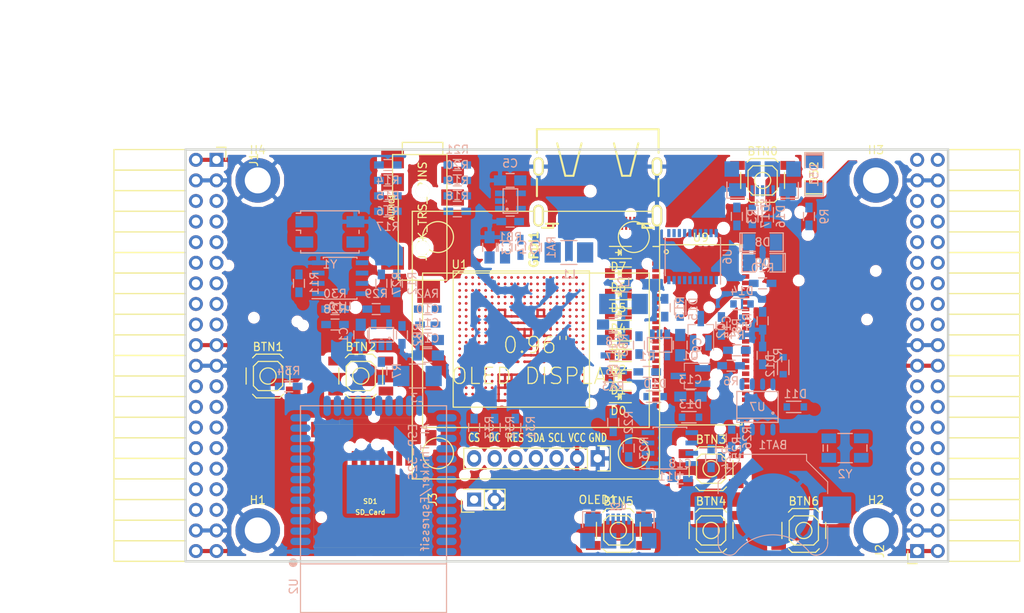
<source format=kicad_pcb>
(kicad_pcb (version 4) (host pcbnew 4.0.5+dfsg1-4)
  (layers (0 F.Cu signal) (1 In1.Cu signal) (2 In2.Cu signal) (31 B.Cu signal) (34 B.Paste user) (35 F.Paste user) (36 B.SilkS user) (37 F.SilkS user) (38 B.Mask user) (39 F.Mask user) (44 Edge.Cuts user))
  (net 0 "")
  (net 1 GND)
  (net 2 +5V)
  (net 3 /gpio/IN5V)
  (net 4 /gpio/OUT5V)
  (net 5 +3V3)
  (net 6 "Net-(L1-Pad1)")
  (net 7 "Net-(L2-Pad1)")
  (net 8 +1V2)
  (net 9 BTN_D)
  (net 10 BTN_F1)
  (net 11 BTN_F2)
  (net 12 BTN_L)
  (net 13 BTN_R)
  (net 14 BTN_U)
  (net 15 /power/FB1)
  (net 16 +2V5)
  (net 17 "Net-(L3-Pad1)")
  (net 18 /power/PWREN)
  (net 19 /power/FB3)
  (net 20 /power/FB2)
  (net 21 "Net-(D9-Pad1)")
  (net 22 /power/VBAT)
  (net 23 SD_3)
  (net 24 JTAG_TDI)
  (net 25 JTAG_TCK)
  (net 26 JTAG_TMS)
  (net 27 JTAG_TDO)
  (net 28 /power/WAKEUPn)
  (net 29 /power/WKUP)
  (net 30 /power/SHUT)
  (net 31 /power/WAKE)
  (net 32 /power/HOLD)
  (net 33 /power/WKn)
  (net 34 /power/OSCI_32k)
  (net 35 /power/OSCO_32k)
  (net 36 FTDI_nSUSPEND)
  (net 37 USB_FTDI_DM)
  (net 38 USB_FTDI_DP)
  (net 39 "Net-(Q2-Pad3)")
  (net 40 SHUTDOWN)
  (net 41 /analog/AUDIO_L)
  (net 42 /analog/AUDIO_R)
  (net 43 GPDI_5V_SCL)
  (net 44 GPDI_5V_SDA)
  (net 45 GPDI_SDA)
  (net 46 GPDI_SCL)
  (net 47 /gpdi/VREF2)
  (net 48 /blinkey/BTNPU)
  (net 49 SD_CMD)
  (net 50 SD_CLK)
  (net 51 SD_D0)
  (net 52 SD_D1)
  (net 53 USB5V)
  (net 54 /gpio/B11)
  (net 55 /gpio/C11)
  (net 56 /gpio/A10)
  (net 57 /gpio/A11)
  (net 58 /gpio/B10)
  (net 59 /gpio/A9)
  (net 60 /gpio/C10)
  (net 61 /gpio/B9)
  (net 62 /gpio/E9)
  (net 63 /gpio/D9)
  (net 64 /gpio/A8)
  (net 65 /gpio/A7)
  (net 66 /gpio/B8)
  (net 67 /gpio/C8)
  (net 68 /gpio/D8)
  (net 69 /gpio/E8)
  (net 70 /gpio/C7)
  (net 71 /gpio/C6)
  (net 72 /gpio/D7)
  (net 73 /gpio/E7)
  (net 74 /gpio/D6)
  (net 75 /gpio/E6)
  (net 76 /gpio/B6)
  (net 77 /gpio/A6)
  (net 78 /gpio/A19)
  (net 79 /gpio/B20)
  (net 80 /gpio/A18)
  (net 81 /gpio/B19)
  (net 82 /gpio/A17)
  (net 83 /gpio/B18)
  (net 84 /gpio/B17)
  (net 85 /gpio/C17)
  (net 86 /gpio/C16)
  (net 87 /gpio/D16)
  (net 88 /gpio/A16)
  (net 89 /gpio/B16)
  (net 90 /gpio/D15)
  (net 91 /gpio/E15)
  (net 92 /gpio/B15)
  (net 93 /gpio/C15)
  (net 94 /gpio/D14)
  (net 95 /gpio/E14)
  (net 96 /gpio/A14)
  (net 97 /gpio/C14)
  (net 98 /gpio/D13)
  (net 99 /gpio/E13)
  (net 100 /gpio/B13)
  (net 101 /gpio/C13)
  (net 102 /gpio/A12)
  (net 103 /gpio/A13)
  (net 104 /gpio/D12)
  (net 105 /gpio/E12)
  (net 106 /gpio/B12)
  (net 107 /gpio/C12)
  (net 108 /gpio/D11)
  (net 109 /gpio/E11)
  (net 110 "Net-(BTN0-Pad1)")
  (net 111 LED0)
  (net 112 LED1)
  (net 113 LED2)
  (net 114 LED3)
  (net 115 LED4)
  (net 116 LED5)
  (net 117 LED6)
  (net 118 LED7)
  (net 119 BTN_PWRn)
  (net 120 GPDI_ETH_N)
  (net 121 GPDI_ETH_P)
  (net 122 GPDI_D2_P)
  (net 123 GPDI_D2_N)
  (net 124 GPDI_D1_P)
  (net 125 GPDI_D1_N)
  (net 126 GPDI_D0_P)
  (net 127 GPDI_D0_N)
  (net 128 GPDI_CLK_P)
  (net 129 GPDI_CLK_N)
  (net 130 GPDI_CEC)
  (net 131 nRESET)
  (net 132 /usb/FT3V3)
  (net 133 FTDI_nDTR)
  (net 134 SDRAM_CKE)
  (net 135 SDRAM_A7)
  (net 136 SDRAM_D15)
  (net 137 SDRAM_BA1)
  (net 138 SDRAM_D7)
  (net 139 SDRAM_A6)
  (net 140 SDRAM_CLK)
  (net 141 SDRAM_D13)
  (net 142 SDRAM_BA0)
  (net 143 SDRAM_D6)
  (net 144 SDRAM_A5)
  (net 145 SDRAM_D14)
  (net 146 SDRAM_A11)
  (net 147 SDRAM_D12)
  (net 148 SDRAM_D5)
  (net 149 SDRAM_A4)
  (net 150 SDRAM_A10)
  (net 151 SDRAM_D11)
  (net 152 SDRAM_A3)
  (net 153 SDRAM_D4)
  (net 154 SDRAM_D10)
  (net 155 SDRAM_D9)
  (net 156 SDRAM_A9)
  (net 157 SDRAM_D3)
  (net 158 SDRAM_D8)
  (net 159 SDRAM_A8)
  (net 160 SDRAM_A2)
  (net 161 SDRAM_A1)
  (net 162 SDRAM_A0)
  (net 163 SDRAM_D2)
  (net 164 SDRAM_D1)
  (net 165 SDRAM_D0)
  (net 166 SDRAM_DQM0)
  (net 167 SDRAM_nCS)
  (net 168 SDRAM_nRAS)
  (net 169 SDRAM_DQM1)
  (net 170 SDRAM_nCAS)
  (net 171 SDRAM_nWE)
  (net 172 /flash/FLASH_nWP)
  (net 173 /flash/FLASH_nHOLD)
  (net 174 /flash/FLASH_MOSI)
  (net 175 /flash/FLASH_MISO)
  (net 176 /flash/FLASH_SCK)
  (net 177 /flash/FLASH_nCS)
  (net 178 /flash/FPGA_PROGRAMN)
  (net 179 /flash/FPGA_DONE)
  (net 180 /flash/FPGA_INITN)
  (net 181 OLED_MOSI)
  (net 182 OLED_RES)
  (net 183 OLED_DC)
  (net 184 OLED_CS)
  (net 185 AUDIO_L3)
  (net 186 AUDIO_L2)
  (net 187 AUDIO_L1)
  (net 188 AUDIO_L0)
  (net 189 AUDIO_R3)
  (net 190 AUDIO_R2)
  (net 191 AUDIO_R1)
  (net 192 AUDIO_R0)
  (net 193 WIFI_EN)
  (net 194 FTDI_nRTS)
  (net 195 WIFI_GPIO2)
  (net 196 FTDI_TXD)
  (net 197 FTDI_RXD)
  (net 198 WIFI_RXD)
  (net 199 WIFI_GPIO0)
  (net 200 FTDI_nCTS)
  (net 201 WIFI_TXD)
  (net 202 FTDI_nRI)
  (net 203 FTDI_nDCD)
  (net 204 WIFI_GPIO15)
  (net 205 /gpdi/CLK_25MHz)
  (module Keystone_3000_1x12mm-CoinCell:Keystone_3000_1x12mm-CoinCell (layer B.Cu) (at 166.49 105.87 180)
    (fp_text reference BAT1 (at 0 8 180) (layer B.SilkS) (effects (justify mirror)))
    (fp_text value CR1225)
    (pad 1 smd rect (at -7.9 0 180) (size 3.5 3.3) (layers B.Cu B.Paste B.Mask) (net 22 /power/VBAT))
    (pad 1 smd rect (at 7.9 0 180) (size 3.5 3.3) (layers B.Cu B.Paste B.Mask) (net 22 /power/VBAT))
    (pad 2 smd circle (at 0 0 180) (size 9 9) (layers B.Cu B.Mask) (net 1 GND))
  )
  (module SMD_Packages:SMD-1206_Pol (layer F.Cu) (at 171.57 64.341 90)
    (fp_text reference D52 (at 0 0 90) (layer F.SilkS))
    (fp_text value 2A)
    (pad 1 smd rect (at -1.651 0 90) (size 1.524 2.032) (layers F.Cu F.Paste F.Mask) (net 4 /gpio/OUT5V))
    (pad 2 smd rect (at 1.651 0 90) (size 1.524 2.032) (layers F.Cu F.Paste F.Mask) (net 2 +5V))
  )
  (module SMD_Packages:SMD-1206_Pol (layer B.Cu) (at 171.57 64.595 270)
    (fp_text reference D51 (at 0 0 270) (layer B.SilkS) (effects (justify mirror)))
    (fp_text value 2A)
    (pad 1 smd rect (at -1.651 0 270) (size 1.524 2.032) (layers B.Cu B.Paste B.Mask) (net 2 +5V))
    (pad 2 smd rect (at 1.651 0 270) (size 1.524 2.032) (layers B.Cu B.Paste B.Mask) (net 3 /gpio/IN5V))
  )
  (module micro-sd:MicroSD_TF02D (layer F.Cu) (at 116.87 110.52 180)
    (fp_text reference SD1 (at 0 5.7 180) (layer F.SilkS) (effects (font (size 0.59944 0.59944) (thickness 0.12446))))
    (fp_text value SD_Card (at 0 4.35 180) (layer F.SilkS) (effects (font (size 0.59944 0.59944) (thickness 0.12446))))
    (pad 1 smd rect (at 1.94 11 180) (size 0.7 1.8) (layers F.Cu F.Paste F.Mask) (net 23 SD_3))
    (pad 2 smd rect (at 0.84 11 180) (size 0.7 1.8) (layers F.Cu F.Paste F.Mask) (net 49 SD_CMD))
    (pad 3 smd rect (at -0.26 11 180) (size 0.7 1.8) (layers F.Cu F.Paste F.Mask) (net 1 GND))
    (pad 4 smd rect (at -1.36 11 180) (size 0.7 1.8) (layers F.Cu F.Paste F.Mask) (net 5 +3V3))
    (pad 5 smd rect (at -2.46 11 180) (size 0.7 1.8) (layers F.Cu F.Paste F.Mask) (net 50 SD_CLK))
    (pad 6 smd rect (at -3.56 11 180) (size 0.7 1.8) (layers F.Cu F.Paste F.Mask) (net 1 GND))
    (pad 7 smd rect (at -4.66 11 180) (size 0.7 1.8) (layers F.Cu F.Paste F.Mask) (net 51 SD_D0))
    (pad 8 smd rect (at -5.76 11 180) (size 0.7 1.8) (layers F.Cu F.Paste F.Mask) (net 52 SD_D1))
    (pad S smd rect (at -5.05 0.4 180) (size 1.6 1.4) (layers F.Cu F.Paste F.Mask))
    (pad S smd rect (at 0.75 0.4 180) (size 1.8 1.4) (layers F.Cu F.Paste F.Mask))
    (pad G smd rect (at -7.45 13.55 180) (size 1.4 1.9) (layers F.Cu F.Paste F.Mask))
    (pad G smd rect (at 6.6 14.55 180) (size 1.4 1.9) (layers F.Cu F.Paste F.Mask))
  )
  (module Resistors_SMD:R_1210_HandSoldering (layer B.Cu) (at 141.344 74.12)
    (fp_text reference L1 (at 0 2.7) (layer B.SilkS) (effects (justify mirror)))
    (fp_text value 2.2uH)
    (pad 1 smd rect (at -2 0) (size 2 2.5) (layers B.Cu B.Paste B.Mask) (net 6 "Net-(L1-Pad1)"))
    (pad 2 smd rect (at 2 0) (size 2 2.5) (layers B.Cu B.Paste B.Mask) (net 8 +1V2))
  )
  (module TSOT-25:TSOT-25 (layer B.Cu) (at 134.135 67.77 90)
    (fp_text reference U3 (at 0 -0.5 90) (layer B.SilkS) (effects (font (size 0.15 0.15) (thickness 0.0375)) (justify mirror)))
    (fp_text value AP3429A)
    (pad 1 smd rect (at -0.95 -1.3 90) (size 0.7 1.2) (layers B.Cu B.Paste B.Mask) (net 18 /power/PWREN))
    (pad 2 smd rect (at 0 -1.3 90) (size 0.7 1.2) (layers B.Cu B.Paste B.Mask) (net 1 GND))
    (pad 3 smd rect (at 0.95 -1.3 90) (size 0.7 1.2) (layers B.Cu B.Paste B.Mask) (net 6 "Net-(L1-Pad1)"))
    (pad 4 smd rect (at 0.95 1.3 90) (size 0.7 1.2) (layers B.Cu B.Paste B.Mask) (net 2 +5V))
    (pad 5 smd rect (at -0.95 1.3 90) (size 0.7 1.2) (layers B.Cu B.Paste B.Mask) (net 15 /power/FB1))
  )
  (module Resistors_SMD:R_1210_HandSoldering (layer B.Cu) (at 148.075 80.47 180)
    (fp_text reference L2 (at 0 2.7 180) (layer B.SilkS) (effects (justify mirror)))
    (fp_text value 2.2uH)
    (pad 1 smd rect (at -2 0 180) (size 2 2.5) (layers B.Cu B.Paste B.Mask) (net 7 "Net-(L2-Pad1)"))
    (pad 2 smd rect (at 2 0 180) (size 2 2.5) (layers B.Cu B.Paste B.Mask) (net 5 +3V3))
  )
  (module TSOT-25:TSOT-25 (layer B.Cu) (at 152.52 85.52)
    (fp_text reference U4 (at 0 -0.5) (layer B.SilkS) (effects (font (size 0.15 0.15) (thickness 0.0375)) (justify mirror)))
    (fp_text value AP3429A)
    (pad 1 smd rect (at -0.95 -1.3) (size 0.7 1.2) (layers B.Cu B.Paste B.Mask) (net 18 /power/PWREN))
    (pad 2 smd rect (at 0 -1.3) (size 0.7 1.2) (layers B.Cu B.Paste B.Mask) (net 1 GND))
    (pad 3 smd rect (at 0.95 -1.3) (size 0.7 1.2) (layers B.Cu B.Paste B.Mask) (net 7 "Net-(L2-Pad1)"))
    (pad 4 smd rect (at 0.95 1.3) (size 0.7 1.2) (layers B.Cu B.Paste B.Mask) (net 2 +5V))
    (pad 5 smd rect (at -0.95 1.3) (size 0.7 1.2) (layers B.Cu B.Paste B.Mask) (net 19 /power/FB3))
  )
  (module Buttons_Switches_SMD:SW_SPST_SKQG (layer F.Cu) (at 104.26 89.36)
    (fp_text reference BTN1 (at 0 -3.6) (layer F.SilkS))
    (fp_text value FIRE1)
    (pad 1 smd rect (at -3.1 -1.85) (size 1.8 1.1) (layers F.Cu F.Paste F.Mask) (net 48 /blinkey/BTNPU))
    (pad 1 smd rect (at 3.1 -1.85) (size 1.8 1.1) (layers F.Cu F.Paste F.Mask) (net 48 /blinkey/BTNPU))
    (pad 2 smd rect (at -3.1 1.85) (size 1.8 1.1) (layers F.Cu F.Paste F.Mask) (net 10 BTN_F1))
    (pad 2 smd rect (at 3.1 1.85) (size 1.8 1.1) (layers F.Cu F.Paste F.Mask) (net 10 BTN_F1))
  )
  (module Buttons_Switches_SMD:SW_SPST_SKQG (layer F.Cu) (at 115.69 89.36)
    (fp_text reference BTN2 (at 0 -3.6) (layer F.SilkS))
    (fp_text value FIRE2)
    (pad 1 smd rect (at -3.1 -1.85) (size 1.8 1.1) (layers F.Cu F.Paste F.Mask) (net 48 /blinkey/BTNPU))
    (pad 1 smd rect (at 3.1 -1.85) (size 1.8 1.1) (layers F.Cu F.Paste F.Mask) (net 48 /blinkey/BTNPU))
    (pad 2 smd rect (at -3.1 1.85) (size 1.8 1.1) (layers F.Cu F.Paste F.Mask) (net 11 BTN_F2))
    (pad 2 smd rect (at 3.1 1.85) (size 1.8 1.1) (layers F.Cu F.Paste F.Mask) (net 11 BTN_F2))
  )
  (module Buttons_Switches_SMD:SW_SPST_SKQG (layer F.Cu) (at 158.87 100.79)
    (fp_text reference BTN3 (at 0 -3.6) (layer F.SilkS))
    (fp_text value UP)
    (pad 1 smd rect (at -3.1 -1.85) (size 1.8 1.1) (layers F.Cu F.Paste F.Mask) (net 48 /blinkey/BTNPU))
    (pad 1 smd rect (at 3.1 -1.85) (size 1.8 1.1) (layers F.Cu F.Paste F.Mask) (net 48 /blinkey/BTNPU))
    (pad 2 smd rect (at -3.1 1.85) (size 1.8 1.1) (layers F.Cu F.Paste F.Mask) (net 14 BTN_U))
    (pad 2 smd rect (at 3.1 1.85) (size 1.8 1.1) (layers F.Cu F.Paste F.Mask) (net 14 BTN_U))
  )
  (module Buttons_Switches_SMD:SW_SPST_SKQG (layer F.Cu) (at 158.87 108.41)
    (fp_text reference BTN4 (at 0 -3.6) (layer F.SilkS))
    (fp_text value DOWN)
    (pad 1 smd rect (at -3.1 -1.85) (size 1.8 1.1) (layers F.Cu F.Paste F.Mask) (net 48 /blinkey/BTNPU))
    (pad 1 smd rect (at 3.1 -1.85) (size 1.8 1.1) (layers F.Cu F.Paste F.Mask) (net 48 /blinkey/BTNPU))
    (pad 2 smd rect (at -3.1 1.85) (size 1.8 1.1) (layers F.Cu F.Paste F.Mask) (net 9 BTN_D))
    (pad 2 smd rect (at 3.1 1.85) (size 1.8 1.1) (layers F.Cu F.Paste F.Mask) (net 9 BTN_D))
  )
  (module Buttons_Switches_SMD:SW_SPST_SKQG (layer F.Cu) (at 147.44 108.41)
    (fp_text reference BTN5 (at 0 -3.6) (layer F.SilkS))
    (fp_text value LEFT)
    (pad 1 smd rect (at -3.1 -1.85) (size 1.8 1.1) (layers F.Cu F.Paste F.Mask) (net 48 /blinkey/BTNPU))
    (pad 1 smd rect (at 3.1 -1.85) (size 1.8 1.1) (layers F.Cu F.Paste F.Mask) (net 48 /blinkey/BTNPU))
    (pad 2 smd rect (at -3.1 1.85) (size 1.8 1.1) (layers F.Cu F.Paste F.Mask) (net 12 BTN_L))
    (pad 2 smd rect (at 3.1 1.85) (size 1.8 1.1) (layers F.Cu F.Paste F.Mask) (net 12 BTN_L))
  )
  (module Buttons_Switches_SMD:SW_SPST_SKQG (layer F.Cu) (at 170.3 108.41)
    (fp_text reference BTN6 (at 0 -3.6) (layer F.SilkS))
    (fp_text value RIGHT)
    (pad 1 smd rect (at -3.1 -1.85) (size 1.8 1.1) (layers F.Cu F.Paste F.Mask) (net 48 /blinkey/BTNPU))
    (pad 1 smd rect (at 3.1 -1.85) (size 1.8 1.1) (layers F.Cu F.Paste F.Mask) (net 48 /blinkey/BTNPU))
    (pad 2 smd rect (at -3.1 1.85) (size 1.8 1.1) (layers F.Cu F.Paste F.Mask) (net 13 BTN_R))
    (pad 2 smd rect (at 3.1 1.85) (size 1.8 1.1) (layers F.Cu F.Paste F.Mask) (net 13 BTN_R))
  )
  (module LEDs:LED_0805 (layer F.Cu) (at 147.44 91.9 180)
    (fp_text reference D0 (at 0 -1.75 180) (layer F.SilkS))
    (fp_text value LED)
    (pad 2 smd rect (at 1.04902 0) (size 1.19888 1.19888) (layers F.Cu F.Paste F.Mask) (net 111 LED0))
    (pad 1 smd rect (at -1.04902 0) (size 1.19888 1.19888) (layers F.Cu F.Paste F.Mask) (net 1 GND))
  )
  (module LEDs:LED_0805 (layer F.Cu) (at 147.44 89.36 180)
    (fp_text reference D1 (at 0 -1.75 180) (layer F.SilkS))
    (fp_text value LED)
    (pad 2 smd rect (at 1.04902 0) (size 1.19888 1.19888) (layers F.Cu F.Paste F.Mask) (net 112 LED1))
    (pad 1 smd rect (at -1.04902 0) (size 1.19888 1.19888) (layers F.Cu F.Paste F.Mask) (net 1 GND))
  )
  (module LEDs:LED_0805 (layer F.Cu) (at 147.44 86.82 180)
    (fp_text reference D2 (at 0 -1.75 180) (layer F.SilkS))
    (fp_text value LED)
    (pad 2 smd rect (at 1.04902 0) (size 1.19888 1.19888) (layers F.Cu F.Paste F.Mask) (net 113 LED2))
    (pad 1 smd rect (at -1.04902 0) (size 1.19888 1.19888) (layers F.Cu F.Paste F.Mask) (net 1 GND))
  )
  (module LEDs:LED_0805 (layer F.Cu) (at 147.44 84.28 180)
    (fp_text reference D3 (at 0 -1.75 180) (layer F.SilkS))
    (fp_text value LED)
    (pad 2 smd rect (at 1.04902 0) (size 1.19888 1.19888) (layers F.Cu F.Paste F.Mask) (net 114 LED3))
    (pad 1 smd rect (at -1.04902 0) (size 1.19888 1.19888) (layers F.Cu F.Paste F.Mask) (net 1 GND))
  )
  (module LEDs:LED_0805 (layer F.Cu) (at 147.44 81.74 180)
    (fp_text reference D4 (at 0 -1.75 180) (layer F.SilkS))
    (fp_text value LED)
    (pad 2 smd rect (at 1.04902 0) (size 1.19888 1.19888) (layers F.Cu F.Paste F.Mask) (net 115 LED4))
    (pad 1 smd rect (at -1.04902 0) (size 1.19888 1.19888) (layers F.Cu F.Paste F.Mask) (net 1 GND))
  )
  (module LEDs:LED_0805 (layer F.Cu) (at 147.44 79.2 180)
    (fp_text reference D5 (at 0 -1.75 180) (layer F.SilkS))
    (fp_text value LED)
    (pad 2 smd rect (at 1.04902 0) (size 1.19888 1.19888) (layers F.Cu F.Paste F.Mask) (net 116 LED5))
    (pad 1 smd rect (at -1.04902 0) (size 1.19888 1.19888) (layers F.Cu F.Paste F.Mask) (net 1 GND))
  )
  (module LEDs:LED_0805 (layer F.Cu) (at 147.44 76.66 180)
    (fp_text reference D6 (at 0 -1.75 180) (layer F.SilkS))
    (fp_text value LED)
    (pad 2 smd rect (at 1.04902 0) (size 1.19888 1.19888) (layers F.Cu F.Paste F.Mask) (net 117 LED6))
    (pad 1 smd rect (at -1.04902 0) (size 1.19888 1.19888) (layers F.Cu F.Paste F.Mask) (net 1 GND))
  )
  (module LEDs:LED_0805 (layer F.Cu) (at 147.44 74.12 180)
    (fp_text reference D7 (at 0 -1.75 180) (layer F.SilkS))
    (fp_text value LED)
    (pad 2 smd rect (at 1.04902 0) (size 1.19888 1.19888) (layers F.Cu F.Paste F.Mask) (net 118 LED7))
    (pad 1 smd rect (at -1.04902 0) (size 1.19888 1.19888) (layers F.Cu F.Paste F.Mask) (net 1 GND))
  )
  (module Resistors_SMD:R_1210_HandSoldering (layer B.Cu) (at 122.675 89.36)
    (fp_text reference L3 (at 0 2.7) (layer B.SilkS) (effects (justify mirror)))
    (fp_text value 2.2uH)
    (pad 1 smd rect (at -2 0) (size 2 2.5) (layers B.Cu B.Paste B.Mask) (net 17 "Net-(L3-Pad1)"))
    (pad 2 smd rect (at 2 0) (size 2 2.5) (layers B.Cu B.Paste B.Mask) (net 16 +2V5))
  )
  (module TSOT-25:TSOT-25 (layer B.Cu) (at 118.23 84.28 180)
    (fp_text reference U5 (at 0 -0.5 180) (layer B.SilkS) (effects (font (size 0.15 0.15) (thickness 0.0375)) (justify mirror)))
    (fp_text value AP3429A)
    (pad 1 smd rect (at -0.95 -1.3 180) (size 0.7 1.2) (layers B.Cu B.Paste B.Mask) (net 18 /power/PWREN))
    (pad 2 smd rect (at 0 -1.3 180) (size 0.7 1.2) (layers B.Cu B.Paste B.Mask) (net 1 GND))
    (pad 3 smd rect (at 0.95 -1.3 180) (size 0.7 1.2) (layers B.Cu B.Paste B.Mask) (net 17 "Net-(L3-Pad1)"))
    (pad 4 smd rect (at 0.95 1.3 180) (size 0.7 1.2) (layers B.Cu B.Paste B.Mask) (net 2 +5V))
    (pad 5 smd rect (at -0.95 1.3 180) (size 0.7 1.2) (layers B.Cu B.Paste B.Mask) (net 20 /power/FB2))
  )
  (module Capacitors_SMD:C_0805_HandSoldering (layer B.Cu) (at 115.69 84.28 270)
    (fp_text reference C1 (at 0 2.1 270) (layer B.SilkS) (effects (justify mirror)))
    (fp_text value 22uF)
    (pad 1 smd rect (at -1.25 0 270) (size 1.5 1.25) (layers B.Cu B.Paste B.Mask) (net 2 +5V))
    (pad 2 smd rect (at 1.25 0 270) (size 1.5 1.25) (layers B.Cu B.Paste B.Mask) (net 1 GND))
  )
  (module Capacitors_SMD:C_0805_HandSoldering (layer B.Cu) (at 131.565 73.485 90)
    (fp_text reference C3 (at 0 2.1 90) (layer B.SilkS) (effects (justify mirror)))
    (fp_text value 22uF)
    (pad 1 smd rect (at -1.25 0 90) (size 1.5 1.25) (layers B.Cu B.Paste B.Mask) (net 8 +1V2))
    (pad 2 smd rect (at 1.25 0 90) (size 1.5 1.25) (layers B.Cu B.Paste B.Mask) (net 1 GND))
  )
  (module Capacitors_SMD:C_0805_HandSoldering (layer B.Cu) (at 133.47 73.485 90)
    (fp_text reference C4 (at 0 2.1 90) (layer B.SilkS) (effects (justify mirror)))
    (fp_text value 22uF)
    (pad 1 smd rect (at -1.25 0 90) (size 1.5 1.25) (layers B.Cu B.Paste B.Mask) (net 8 +1V2))
    (pad 2 smd rect (at 1.25 0 90) (size 1.5 1.25) (layers B.Cu B.Paste B.Mask) (net 1 GND))
  )
  (module Capacitors_SMD:C_0805_HandSoldering (layer B.Cu) (at 134.105 65.23 180)
    (fp_text reference C5 (at 0 2.1 180) (layer B.SilkS) (effects (justify mirror)))
    (fp_text value 22uF)
    (pad 1 smd rect (at -1.25 0 180) (size 1.5 1.25) (layers B.Cu B.Paste B.Mask) (net 2 +5V))
    (pad 2 smd rect (at 1.25 0 180) (size 1.5 1.25) (layers B.Cu B.Paste B.Mask) (net 1 GND))
  )
  (module Capacitors_SMD:C_0805_HandSoldering (layer B.Cu) (at 146.805 84.915)
    (fp_text reference C7 (at 0 2.1) (layer B.SilkS) (effects (justify mirror)))
    (fp_text value 22uF)
    (pad 1 smd rect (at -1.25 0) (size 1.5 1.25) (layers B.Cu B.Paste B.Mask) (net 5 +3V3))
    (pad 2 smd rect (at 1.25 0) (size 1.5 1.25) (layers B.Cu B.Paste B.Mask) (net 1 GND))
  )
  (module Capacitors_SMD:C_0805_HandSoldering (layer B.Cu) (at 146.805 83.01)
    (fp_text reference C8 (at 0 2.1) (layer B.SilkS) (effects (justify mirror)))
    (fp_text value 22uF)
    (pad 1 smd rect (at -1.25 0) (size 1.5 1.25) (layers B.Cu B.Paste B.Mask) (net 5 +3V3))
    (pad 2 smd rect (at 1.25 0) (size 1.5 1.25) (layers B.Cu B.Paste B.Mask) (net 1 GND))
  )
  (module Capacitors_SMD:C_0805_HandSoldering (layer B.Cu) (at 155.06 85.55 90)
    (fp_text reference C9 (at 0 2.1 90) (layer B.SilkS) (effects (justify mirror)))
    (fp_text value 22uF)
    (pad 1 smd rect (at -1.25 0 90) (size 1.5 1.25) (layers B.Cu B.Paste B.Mask) (net 2 +5V))
    (pad 2 smd rect (at 1.25 0 90) (size 1.5 1.25) (layers B.Cu B.Paste B.Mask) (net 1 GND))
  )
  (module Capacitors_SMD:C_0805_HandSoldering (layer B.Cu) (at 123.945 84.915 180)
    (fp_text reference C11 (at 0 2.1 180) (layer B.SilkS) (effects (justify mirror)))
    (fp_text value 22uF)
    (pad 1 smd rect (at -1.25 0 180) (size 1.5 1.25) (layers B.Cu B.Paste B.Mask) (net 16 +2V5))
    (pad 2 smd rect (at 1.25 0 180) (size 1.5 1.25) (layers B.Cu B.Paste B.Mask) (net 1 GND))
  )
  (module Capacitors_SMD:C_0805_HandSoldering (layer B.Cu) (at 123.945 86.82 180)
    (fp_text reference C12 (at 0 2.1 180) (layer B.SilkS) (effects (justify mirror)))
    (fp_text value 22uF)
    (pad 1 smd rect (at -1.25 0 180) (size 1.5 1.25) (layers B.Cu B.Paste B.Mask) (net 16 +2V5))
    (pad 2 smd rect (at 1.25 0 180) (size 1.5 1.25) (layers B.Cu B.Paste B.Mask) (net 1 GND))
  )
  (module SMD_Packages:SMD-1206_Pol (layer B.Cu) (at 165.22 72.85)
    (fp_text reference D8 (at 0 0) (layer B.SilkS) (effects (justify mirror)))
    (fp_text value 2A)
    (pad 1 smd rect (at -1.651 0) (size 1.524 2.032) (layers B.Cu B.Paste B.Mask) (net 2 +5V))
    (pad 2 smd rect (at 1.651 0) (size 1.524 2.032) (layers B.Cu B.Paste B.Mask) (net 53 USB5V))
  )
  (module SMD_Packages:SMD-1206_Pol (layer B.Cu) (at 165.22 75.39 180)
    (fp_text reference D9 (at 0 0 180) (layer B.SilkS) (effects (justify mirror)))
    (fp_text value 2A)
    (pad 1 smd rect (at -1.651 0 180) (size 1.524 2.032) (layers B.Cu B.Paste B.Mask) (net 21 "Net-(D9-Pad1)"))
    (pad 2 smd rect (at 1.651 0 180) (size 1.524 2.032) (layers B.Cu B.Paste B.Mask) (net 2 +5V))
  )
  (module Power_Integrations:SO-8 (layer B.Cu) (at 164.585 93.17 180)
    (fp_text reference U7 (at 0 0 180) (layer B.SilkS) (effects (justify mirror)))
    (fp_text value PCF8523)
    (pad 1 smd oval (at -1.905 -2.794 180) (size 0.6096 1.4732) (layers B.Cu B.Paste B.Mask) (net 34 /power/OSCI_32k))
    (pad 2 smd oval (at -0.635 -2.794 180) (size 0.6096 1.4732) (layers B.Cu B.Paste B.Mask) (net 35 /power/OSCO_32k))
    (pad 3 smd oval (at 0.635 -2.794 180) (size 0.6096 1.4732) (layers B.Cu B.Paste B.Mask) (net 22 /power/VBAT))
    (pad 4 smd oval (at 1.905 -2.794 180) (size 0.6096 1.4732) (layers B.Cu B.Paste B.Mask) (net 1 GND))
    (pad 5 smd oval (at 1.905 2.794 180) (size 0.6096 1.4732) (layers B.Cu B.Paste B.Mask))
    (pad 6 smd oval (at 0.635 2.794 180) (size 0.6096 1.4732) (layers B.Cu B.Paste B.Mask))
    (pad 7 smd oval (at -0.635 2.794 180) (size 0.6096 1.4732) (layers B.Cu B.Paste B.Mask) (net 28 /power/WAKEUPn))
    (pad 8 smd oval (at -1.905 2.794 180) (size 0.6096 1.4732) (layers B.Cu B.Paste B.Mask) (net 16 +2V5))
  )
  (module Capacitors_SMD:C_0805_HandSoldering (layer B.Cu) (at 156.33 91.9 180)
    (fp_text reference C13 (at 0 2.1 180) (layer B.SilkS) (effects (justify mirror)))
    (fp_text value 2.2uF)
    (pad 1 smd rect (at -1.25 0 180) (size 1.5 1.25) (layers B.Cu B.Paste B.Mask) (net 2 +5V))
    (pad 2 smd rect (at 1.25 0 180) (size 1.5 1.25) (layers B.Cu B.Paste B.Mask) (net 29 /power/WKUP))
  )
  (module Diodes_SMD:D_0805 (layer B.Cu) (at 151.978 91.9)
    (fp_text reference D10 (at 0 -1.6) (layer B.SilkS) (effects (justify mirror)))
    (fp_text value 1N4148)
    (pad 1 smd rect (at -1.05 0) (size 0.8 0.9) (layers B.Cu B.Paste B.Mask) (net 31 /power/WAKE))
    (pad 2 smd rect (at 1.05 0) (size 0.8 0.9) (layers B.Cu B.Paste B.Mask) (net 29 /power/WKUP))
  )
  (module Diodes_SMD:D_0805 (layer B.Cu) (at 169.25 93.17)
    (fp_text reference D11 (at 0 -1.6) (layer B.SilkS) (effects (justify mirror)))
    (fp_text value 1N4148)
    (pad 1 smd rect (at -1.05 0) (size 0.8 0.9) (layers B.Cu B.Paste B.Mask) (net 32 /power/HOLD))
    (pad 2 smd rect (at 1.05 0) (size 0.8 0.9) (layers B.Cu B.Paste B.Mask) (net 5 +3V3))
  )
  (module Diodes_SMD:D_0805 (layer B.Cu) (at 155.06 81.105 270)
    (fp_text reference D15 (at 0 -1.6 270) (layer B.SilkS) (effects (justify mirror)))
    (fp_text value BAT42)
    (pad 1 smd rect (at -1.05 0 270) (size 0.8 0.9) (layers B.Cu B.Paste B.Mask) (net 30 /power/SHUT))
    (pad 2 smd rect (at 1.05 0 270) (size 0.8 0.9) (layers B.Cu B.Paste B.Mask) (net 40 SHUTDOWN))
  )
  (module Diodes_SMD:D_0805 (layer B.Cu) (at 167.76 88.09 90)
    (fp_text reference D12 (at 0 -1.6 90) (layer B.SilkS) (effects (justify mirror)))
    (fp_text value 1N4148)
    (pad 1 smd rect (at -1.05 0 90) (size 0.8 0.9) (layers B.Cu B.Paste B.Mask) (net 18 /power/PWREN))
    (pad 2 smd rect (at 1.05 0 90) (size 0.8 0.9) (layers B.Cu B.Paste B.Mask) (net 36 FTDI_nSUSPEND))
  )
  (module usb_otg:USB-MICRO-B-FCI-10118192-0001LF (layer B.Cu) (at 165.22 63.825)
    (fp_text reference US1 (at 0 4.2) (layer B.SilkS) (effects (font (size 0.7 0.7)) (justify mirror)))
    (fp_text value USB_FTDI hide)
    (pad 6 smd rect (at -3.1 2.55) (size 2.1 1.6) (layers B.Cu B.Paste B.Mask) (net 1 GND))
    (pad 6 smd rect (at 3.1 2.55) (size 2.1 1.6) (layers B.Cu B.Paste B.Mask) (net 1 GND))
    (pad "" smd rect (at -1.2 0) (size 1.9 1.9) (layers B.Cu B.Paste B.Mask))
    (pad "" smd rect (at 1.2 0) (size 1.9 1.9) (layers B.Cu B.Paste B.Mask))
    (pad 1 smd rect (at -1.3 2.675) (size 0.4 1.35) (layers B.Cu B.Paste B.Mask) (net 53 USB5V))
    (pad 2 smd rect (at -0.65 2.675) (size 0.4 1.35) (layers B.Cu B.Paste B.Mask) (net 37 USB_FTDI_DM))
    (pad 3 smd rect (at 0 2.675) (size 0.4 1.35) (layers B.Cu B.Paste B.Mask) (net 38 USB_FTDI_DP))
    (pad 4 smd rect (at 0.65 2.675) (size 0.4 1.35) (layers B.Cu B.Paste B.Mask))
    (pad 5 smd rect (at 1.3 2.675) (size 0.4 1.35) (layers B.Cu B.Paste B.Mask) (net 1 GND))
    (pad "" smd rect (at -3.8 0) (size 1.8 1.9) (layers B.Cu B.Paste B.Mask))
    (pad "" smd rect (at 3.8 0) (size 1.8 1.9) (layers B.Cu B.Paste B.Mask))
  )
  (module usb_otg:USB-MICRO-B-FCI-10118192-0001LF (layer B.Cu) (at 147.44 109.68 180)
    (fp_text reference US2 (at 0 4.2 180) (layer B.SilkS) (effects (font (size 0.7 0.7)) (justify mirror)))
    (fp_text value USB_FPGA hide)
    (pad 6 smd rect (at -3.1 2.55 180) (size 2.1 1.6) (layers B.Cu B.Paste B.Mask) (net 1 GND))
    (pad 6 smd rect (at 3.1 2.55 180) (size 2.1 1.6) (layers B.Cu B.Paste B.Mask) (net 1 GND))
    (pad "" smd rect (at -1.2 0 180) (size 1.9 1.9) (layers B.Cu B.Paste B.Mask))
    (pad "" smd rect (at 1.2 0 180) (size 1.9 1.9) (layers B.Cu B.Paste B.Mask))
    (pad 1 smd rect (at -1.3 2.675 180) (size 0.4 1.35) (layers B.Cu B.Paste B.Mask) (net 21 "Net-(D9-Pad1)"))
    (pad 2 smd rect (at -0.65 2.675 180) (size 0.4 1.35) (layers B.Cu B.Paste B.Mask))
    (pad 3 smd rect (at 0 2.675 180) (size 0.4 1.35) (layers B.Cu B.Paste B.Mask))
    (pad 4 smd rect (at 0.65 2.675 180) (size 0.4 1.35) (layers B.Cu B.Paste B.Mask))
    (pad 5 smd rect (at 1.3 2.675 180) (size 0.4 1.35) (layers B.Cu B.Paste B.Mask) (net 1 GND))
    (pad "" smd rect (at -3.8 0 180) (size 1.8 1.9) (layers B.Cu B.Paste B.Mask))
    (pad "" smd rect (at 3.8 0 180) (size 1.8 1.9) (layers B.Cu B.Paste B.Mask))
  )
  (module audio-jack:CUI_SJ-43516-SMT (layer F.Cu) (at 123.31 69.04 270)
    (fp_text reference AUDIO1 (at -0.5 3.8 270) (layer F.SilkS) (effects (font (size 0.6096 0.6096) (thickness 0.1524))))
    (fp_text value JACK_TRS_6PINS (at 0 0 270) (layer F.SilkS))
    (pad 1 smd rect (at -6.4 3.7 270) (size 2.2 2.8) (layers F.Cu F.Paste F.Mask) (net 41 /analog/AUDIO_L))
    (pad 4 smd rect (at -3.6 3.7 270) (size 2.2 2.8) (layers F.Cu F.Paste F.Mask))
    (pad 2 smd rect (at 5.8 3.7 270) (size 2.8 2.8) (layers F.Cu F.Paste F.Mask) (net 1 GND))
    (pad 5 smd rect (at 9.9 -0.75 270) (size 2.8 2.8) (layers F.Cu F.Paste F.Mask))
    (pad 3 smd rect (at -1.7 -3.7 270) (size 2 2.8) (layers F.Cu F.Paste F.Mask) (net 42 /analog/AUDIO_R))
    (pad 6 smd rect (at -4.5 -3.7 270) (size 2 2.8) (layers F.Cu F.Paste F.Mask))
    (pad "" np_thru_hole circle (at -2.5 0 270) (size 1.7 1.7) (drill 1.7) (layers *.Cu *.Mask F.SilkS) (clearance 0.4))
    (pad "" np_thru_hole circle (at 4.5 0 270) (size 1.7 1.7) (drill 1.7) (layers *.Cu *.Mask F.SilkS) (clearance 0.4))
  )
  (module TSOP54:TSOP54 (layer F.Cu) (at 157.6 84.28)
    (fp_text reference U9 (at 0 -12) (layer F.SilkS))
    (fp_text value MT48LC16M16A2TG)
    (pad 28 smd rect (at 5.53 10.4) (size 0.9 0.56) (layers F.Cu F.Paste F.Mask) (net 1 GND))
    (pad 1 smd rect (at -5.53 -10.4) (size 0.9 0.56) (layers F.Cu F.Paste F.Mask) (net 5 +3V3))
    (pad 2 smd rect (at -5.53 -9.6) (size 0.9 0.56) (layers F.Cu F.Paste F.Mask) (net 165 SDRAM_D0))
    (pad 3 smd rect (at -5.53 -8.8) (size 0.9 0.56) (layers F.Cu F.Paste F.Mask) (net 5 +3V3))
    (pad 4 smd rect (at -5.53 -8) (size 0.9 0.56) (layers F.Cu F.Paste F.Mask) (net 164 SDRAM_D1))
    (pad 5 smd rect (at -5.53 -7.2) (size 0.9 0.56) (layers F.Cu F.Paste F.Mask) (net 163 SDRAM_D2))
    (pad 6 smd rect (at -5.53 -6.4) (size 0.9 0.56) (layers F.Cu F.Paste F.Mask) (net 1 GND))
    (pad 7 smd rect (at -5.53 -5.6) (size 0.9 0.56) (layers F.Cu F.Paste F.Mask) (net 157 SDRAM_D3))
    (pad 8 smd rect (at -5.53 -4.8) (size 0.9 0.56) (layers F.Cu F.Paste F.Mask) (net 153 SDRAM_D4))
    (pad 9 smd rect (at -5.53 -4) (size 0.9 0.56) (layers F.Cu F.Paste F.Mask) (net 5 +3V3))
    (pad 10 smd rect (at -5.53 -3.2) (size 0.9 0.56) (layers F.Cu F.Paste F.Mask) (net 148 SDRAM_D5))
    (pad 11 smd rect (at -5.53 -2.4) (size 0.9 0.56) (layers F.Cu F.Paste F.Mask) (net 143 SDRAM_D6))
    (pad 12 smd rect (at -5.53 -1.6) (size 0.9 0.56) (layers F.Cu F.Paste F.Mask) (net 1 GND))
    (pad 13 smd rect (at -5.53 -0.8) (size 0.9 0.56) (layers F.Cu F.Paste F.Mask) (net 138 SDRAM_D7))
    (pad 14 smd rect (at -5.53 0) (size 0.9 0.56) (layers F.Cu F.Paste F.Mask) (net 5 +3V3))
    (pad 15 smd rect (at -5.53 0.8) (size 0.9 0.56) (layers F.Cu F.Paste F.Mask) (net 166 SDRAM_DQM0))
    (pad 16 smd rect (at -5.53 1.6) (size 0.9 0.56) (layers F.Cu F.Paste F.Mask) (net 171 SDRAM_nWE))
    (pad 17 smd rect (at -5.53 2.4) (size 0.9 0.56) (layers F.Cu F.Paste F.Mask) (net 170 SDRAM_nCAS))
    (pad 18 smd rect (at -5.53 3.2) (size 0.9 0.56) (layers F.Cu F.Paste F.Mask) (net 168 SDRAM_nRAS))
    (pad 19 smd rect (at -5.53 4) (size 0.9 0.56) (layers F.Cu F.Paste F.Mask) (net 167 SDRAM_nCS))
    (pad 20 smd rect (at -5.53 4.8) (size 0.9 0.56) (layers F.Cu F.Paste F.Mask) (net 142 SDRAM_BA0))
    (pad 21 smd rect (at -5.53 5.6) (size 0.9 0.56) (layers F.Cu F.Paste F.Mask) (net 137 SDRAM_BA1))
    (pad 22 smd rect (at -5.53 6.4) (size 0.9 0.56) (layers F.Cu F.Paste F.Mask) (net 150 SDRAM_A10))
    (pad 23 smd rect (at -5.53 7.2) (size 0.9 0.56) (layers F.Cu F.Paste F.Mask) (net 162 SDRAM_A0))
    (pad 24 smd rect (at -5.53 8) (size 0.9 0.56) (layers F.Cu F.Paste F.Mask) (net 161 SDRAM_A1))
    (pad 25 smd rect (at -5.53 8.8) (size 0.9 0.56) (layers F.Cu F.Paste F.Mask) (net 160 SDRAM_A2))
    (pad 26 smd rect (at -5.53 9.6) (size 0.9 0.56) (layers F.Cu F.Paste F.Mask) (net 152 SDRAM_A3))
    (pad 27 smd rect (at -5.53 10.4) (size 0.9 0.56) (layers F.Cu F.Paste F.Mask) (net 5 +3V3))
    (pad 29 smd rect (at 5.53 9.6) (size 0.9 0.56) (layers F.Cu F.Paste F.Mask) (net 149 SDRAM_A4))
    (pad 30 smd rect (at 5.53 8.8) (size 0.9 0.56) (layers F.Cu F.Paste F.Mask) (net 144 SDRAM_A5))
    (pad 31 smd rect (at 5.53 8) (size 0.9 0.56) (layers F.Cu F.Paste F.Mask) (net 139 SDRAM_A6))
    (pad 32 smd rect (at 5.53 7.2) (size 0.9 0.56) (layers F.Cu F.Paste F.Mask) (net 135 SDRAM_A7))
    (pad 33 smd rect (at 5.53 6.4) (size 0.9 0.56) (layers F.Cu F.Paste F.Mask) (net 159 SDRAM_A8))
    (pad 34 smd rect (at 5.53 5.6) (size 0.9 0.56) (layers F.Cu F.Paste F.Mask) (net 156 SDRAM_A9))
    (pad 35 smd rect (at 5.53 4.8) (size 0.9 0.56) (layers F.Cu F.Paste F.Mask) (net 146 SDRAM_A11))
    (pad 36 smd rect (at 5.53 4) (size 0.9 0.56) (layers F.Cu F.Paste F.Mask))
    (pad 37 smd rect (at 5.53 3.2) (size 0.9 0.56) (layers F.Cu F.Paste F.Mask) (net 134 SDRAM_CKE))
    (pad 38 smd rect (at 5.53 2.4) (size 0.9 0.56) (layers F.Cu F.Paste F.Mask) (net 140 SDRAM_CLK))
    (pad 39 smd rect (at 5.53 1.6) (size 0.9 0.56) (layers F.Cu F.Paste F.Mask) (net 169 SDRAM_DQM1))
    (pad 40 smd rect (at 5.53 0.8) (size 0.9 0.56) (layers F.Cu F.Paste F.Mask))
    (pad 41 smd rect (at 5.53 0) (size 0.9 0.56) (layers F.Cu F.Paste F.Mask) (net 1 GND))
    (pad 42 smd rect (at 5.53 -0.8) (size 0.9 0.56) (layers F.Cu F.Paste F.Mask) (net 158 SDRAM_D8))
    (pad 43 smd rect (at 5.53 -1.6) (size 0.9 0.56) (layers F.Cu F.Paste F.Mask) (net 5 +3V3))
    (pad 44 smd rect (at 5.53 -2.4) (size 0.9 0.56) (layers F.Cu F.Paste F.Mask) (net 155 SDRAM_D9))
    (pad 45 smd rect (at 5.53 -3.2) (size 0.9 0.56) (layers F.Cu F.Paste F.Mask) (net 154 SDRAM_D10))
    (pad 46 smd rect (at 5.53 -4) (size 0.9 0.56) (layers F.Cu F.Paste F.Mask) (net 1 GND))
    (pad 47 smd rect (at 5.53 -4.8) (size 0.9 0.56) (layers F.Cu F.Paste F.Mask) (net 151 SDRAM_D11))
    (pad 48 smd rect (at 5.53 -5.6) (size 0.9 0.56) (layers F.Cu F.Paste F.Mask) (net 147 SDRAM_D12))
    (pad 49 smd rect (at 5.53 -6.4) (size 0.9 0.56) (layers F.Cu F.Paste F.Mask) (net 5 +3V3))
    (pad 50 smd rect (at 5.53 -7.2) (size 0.9 0.56) (layers F.Cu F.Paste F.Mask) (net 141 SDRAM_D13))
    (pad 51 smd rect (at 5.53 -8) (size 0.9 0.56) (layers F.Cu F.Paste F.Mask) (net 145 SDRAM_D14))
    (pad 52 smd rect (at 5.53 -8.8) (size 0.9 0.56) (layers F.Cu F.Paste F.Mask) (net 1 GND))
    (pad 53 smd rect (at 5.53 -9.6) (size 0.9 0.56) (layers F.Cu F.Paste F.Mask) (net 136 SDRAM_D15))
    (pad 54 smd rect (at 5.53 -10.4) (size 0.9 0.56) (layers F.Cu F.Paste F.Mask) (net 1 GND))
  )
  (module TO_SOT_Packages_SMD:SOT-23_Handsoldering (layer B.Cu) (at 156.33 89.36 180)
    (fp_text reference Q1 (at 0 2.5 180) (layer B.SilkS) (effects (justify mirror)))
    (fp_text value BC857)
    (pad 1 smd rect (at -1.5 0.95 180) (size 1.9 0.8) (layers B.Cu B.Paste B.Mask) (net 33 /power/WKn))
    (pad 2 smd rect (at -1.5 -0.95 180) (size 1.9 0.8) (layers B.Cu B.Paste B.Mask) (net 2 +5V))
    (pad 3 smd rect (at 1.5 0 180) (size 1.9 0.8) (layers B.Cu B.Paste B.Mask) (net 29 /power/WKUP))
  )
  (module TO_SOT_Packages_SMD:SOT-23_Handsoldering (layer B.Cu) (at 157.6 83.772 90)
    (fp_text reference Q2 (at 0 2.5 90) (layer B.SilkS) (effects (justify mirror)))
    (fp_text value 2N7002)
    (pad 1 smd rect (at -1.5 0.95 90) (size 1.9 0.8) (layers B.Cu B.Paste B.Mask) (net 30 /power/SHUT))
    (pad 2 smd rect (at -1.5 -0.95 90) (size 1.9 0.8) (layers B.Cu B.Paste B.Mask) (net 1 GND))
    (pad 3 smd rect (at 1.5 0 90) (size 1.9 0.8) (layers B.Cu B.Paste B.Mask) (net 39 "Net-(Q2-Pad3)"))
  )
  (module Capacitors_SMD:C_0603_HandSoldering (layer B.Cu) (at 135.375 73.485 90)
    (fp_text reference C2 (at 0 1.9 90) (layer B.SilkS) (effects (justify mirror)))
    (fp_text value 470pF)
    (pad 1 smd rect (at -0.95 0 90) (size 1.2 0.75) (layers B.Cu B.Paste B.Mask) (net 8 +1V2))
    (pad 2 smd rect (at 0.95 0 90) (size 1.2 0.75) (layers B.Cu B.Paste B.Mask) (net 15 /power/FB1))
  )
  (module Capacitors_SMD:C_0603_HandSoldering (layer B.Cu) (at 146.805 86.82)
    (fp_text reference C6 (at 0 1.9) (layer B.SilkS) (effects (justify mirror)))
    (fp_text value 470pF)
    (pad 1 smd rect (at -0.95 0) (size 1.2 0.75) (layers B.Cu B.Paste B.Mask) (net 5 +3V3))
    (pad 2 smd rect (at 0.95 0) (size 1.2 0.75) (layers B.Cu B.Paste B.Mask) (net 19 /power/FB3))
  )
  (module Capacitors_SMD:C_0603_HandSoldering (layer B.Cu) (at 123.945 83.01 180)
    (fp_text reference C10 (at 0 1.9 180) (layer B.SilkS) (effects (justify mirror)))
    (fp_text value 470pF)
    (pad 1 smd rect (at -0.95 0 180) (size 1.2 0.75) (layers B.Cu B.Paste B.Mask) (net 16 +2V5))
    (pad 2 smd rect (at 0.95 0 180) (size 1.2 0.75) (layers B.Cu B.Paste B.Mask) (net 20 /power/FB2))
  )
  (module Capacitors_SMD:C_0603_HandSoldering (layer B.Cu) (at 162.68 83.33 270)
    (fp_text reference C14 (at 0 1.9 270) (layer B.SilkS) (effects (justify mirror)))
    (fp_text value 100nF)
    (pad 1 smd rect (at -0.95 0 270) (size 1.2 0.75) (layers B.Cu B.Paste B.Mask) (net 30 /power/SHUT))
    (pad 2 smd rect (at 0.95 0 270) (size 1.2 0.75) (layers B.Cu B.Paste B.Mask) (net 1 GND))
  )
  (module Resistors_SMD:R_0603_HandSoldering (layer B.Cu) (at 150.996 88.852 180)
    (fp_text reference R1 (at 0 1.9 180) (layer B.SilkS) (effects (justify mirror)))
    (fp_text value 15k)
    (pad 1 smd rect (at -1.1 0 180) (size 1.2 0.9) (layers B.Cu B.Paste B.Mask) (net 31 /power/WAKE))
    (pad 2 smd rect (at 1.1 0 180) (size 1.2 0.9) (layers B.Cu B.Paste B.Mask) (net 18 /power/PWREN))
  )
  (module Resistors_SMD:R_0603_HandSoldering (layer B.Cu) (at 165.22 86.82 90)
    (fp_text reference R2 (at 0 1.9 90) (layer B.SilkS) (effects (justify mirror)))
    (fp_text value 47k)
    (pad 1 smd rect (at -1.1 0 90) (size 1.2 0.9) (layers B.Cu B.Paste B.Mask) (net 18 /power/PWREN))
    (pad 2 smd rect (at 1.1 0 90) (size 1.2 0.9) (layers B.Cu B.Paste B.Mask) (net 1 GND))
  )
  (module Resistors_SMD:R_0603_HandSoldering (layer B.Cu) (at 162.045 86.185 180)
    (fp_text reference R4 (at 0 1.9 180) (layer B.SilkS) (effects (justify mirror)))
    (fp_text value 15k)
    (pad 1 smd rect (at -1.1 0 180) (size 1.2 0.9) (layers B.Cu B.Paste B.Mask) (net 32 /power/HOLD))
    (pad 2 smd rect (at 1.1 0 180) (size 1.2 0.9) (layers B.Cu B.Paste B.Mask) (net 18 /power/PWREN))
  )
  (module Resistors_SMD:R_0603_HandSoldering (layer B.Cu) (at 165.22 82.545 270)
    (fp_text reference R5 (at 0 1.9 270) (layer B.SilkS) (effects (justify mirror)))
    (fp_text value 4.7M)
    (pad 1 smd rect (at -1.1 0 270) (size 1.2 0.9) (layers B.Cu B.Paste B.Mask) (net 30 /power/SHUT))
    (pad 2 smd rect (at 1.1 0 270) (size 1.2 0.9) (layers B.Cu B.Paste B.Mask) (net 1 GND))
  )
  (module Resistors_SMD:R_0603_HandSoldering (layer B.Cu) (at 161.33 88.09)
    (fp_text reference R6 (at 0 1.9) (layer B.SilkS) (effects (justify mirror)))
    (fp_text value 1k)
    (pad 1 smd rect (at -1.1 0) (size 1.2 0.9) (layers B.Cu B.Paste B.Mask) (net 33 /power/WKn))
    (pad 2 smd rect (at 1.1 0) (size 1.2 0.9) (layers B.Cu B.Paste B.Mask) (net 28 /power/WAKEUPn))
  )
  (module Resistors_SMD:R_0603_HandSoldering (layer B.Cu) (at 118.23 88.725 90)
    (fp_text reference R7 (at 0 1.9 90) (layer B.SilkS) (effects (justify mirror)))
    (fp_text value 220)
    (pad 1 smd rect (at -1.1 0 90) (size 1.2 0.9) (layers B.Cu B.Paste B.Mask) (net 5 +3V3))
    (pad 2 smd rect (at 1.1 0 90) (size 1.2 0.9) (layers B.Cu B.Paste B.Mask) (net 48 /blinkey/BTNPU))
  )
  (module Resistors_SMD:R_0603_HandSoldering (layer B.Cu) (at 160.14 83.18 90)
    (fp_text reference R8 (at 0 1.9 90) (layer B.SilkS) (effects (justify mirror)))
    (fp_text value 1k)
    (pad 1 smd rect (at -1.1 0 90) (size 1.2 0.9) (layers B.Cu B.Paste B.Mask) (net 18 /power/PWREN))
    (pad 2 smd rect (at 1.1 0 90) (size 1.2 0.9) (layers B.Cu B.Paste B.Mask) (net 39 "Net-(Q2-Pad3)"))
  )
  (module Resistors_SMD:R_0603_HandSoldering (layer B.Cu) (at 170.935 69.675 90)
    (fp_text reference R9 (at 0 1.9 90) (layer B.SilkS) (effects (justify mirror)))
    (fp_text value 15k)
    (pad 1 smd rect (at -1.1 0 90) (size 1.2 0.9) (layers B.Cu B.Paste B.Mask) (net 131 nRESET))
    (pad 2 smd rect (at 1.1 0 90) (size 1.2 0.9) (layers B.Cu B.Paste B.Mask) (net 132 /usb/FT3V3))
  )
  (module Resistors_SMD:R_0603_HandSoldering (layer B.Cu) (at 165.22 77.93 180)
    (fp_text reference R10 (at 0 1.9 180) (layer B.SilkS) (effects (justify mirror)))
    (fp_text value 220)
    (pad 1 smd rect (at -1.1 0 180) (size 1.2 0.9) (layers B.Cu B.Paste B.Mask) (net 36 FTDI_nSUSPEND))
    (pad 2 smd rect (at 1.1 0 180) (size 1.2 0.9) (layers B.Cu B.Paste B.Mask) (net 133 FTDI_nDTR))
  )
  (module Resistors_SMD:R_0603_HandSoldering (layer B.Cu) (at 153.155 80.935 90)
    (fp_text reference R13 (at 0 1.9 90) (layer B.SilkS) (effects (justify mirror)))
    (fp_text value 15k)
    (pad 1 smd rect (at -1.1 0 90) (size 1.2 0.9) (layers B.Cu B.Paste B.Mask) (net 40 SHUTDOWN))
    (pad 2 smd rect (at 1.1 0 90) (size 1.2 0.9) (layers B.Cu B.Paste B.Mask) (net 1 GND))
  )
  (module Resistors_SMD:R_0603_HandSoldering (layer B.Cu) (at 137.28 73.485 90)
    (fp_text reference RA1 (at 0 1.9 90) (layer B.SilkS) (effects (justify mirror)))
    (fp_text value 15k)
    (pad 1 smd rect (at -1.1 0 90) (size 1.2 0.9) (layers B.Cu B.Paste B.Mask) (net 8 +1V2))
    (pad 2 smd rect (at 1.1 0 90) (size 1.2 0.9) (layers B.Cu B.Paste B.Mask) (net 15 /power/FB1))
  )
  (module Resistors_SMD:R_0603_HandSoldering (layer B.Cu) (at 123.945 81.105 180)
    (fp_text reference RA2 (at 0 1.9 180) (layer B.SilkS) (effects (justify mirror)))
    (fp_text value 15k)
    (pad 1 smd rect (at -1.1 0 180) (size 1.2 0.9) (layers B.Cu B.Paste B.Mask) (net 16 +2V5))
    (pad 2 smd rect (at 1.1 0 180) (size 1.2 0.9) (layers B.Cu B.Paste B.Mask) (net 20 /power/FB2))
  )
  (module Resistors_SMD:R_0603_HandSoldering (layer B.Cu) (at 146.805 88.725)
    (fp_text reference RA3 (at 0 1.9) (layer B.SilkS) (effects (justify mirror)))
    (fp_text value 15k)
    (pad 1 smd rect (at -1.1 0) (size 1.2 0.9) (layers B.Cu B.Paste B.Mask) (net 5 +3V3))
    (pad 2 smd rect (at 1.1 0) (size 1.2 0.9) (layers B.Cu B.Paste B.Mask) (net 19 /power/FB3))
  )
  (module Resistors_SMD:R_0603_HandSoldering (layer B.Cu) (at 134.105 70.31)
    (fp_text reference RB1 (at 0 1.9) (layer B.SilkS) (effects (justify mirror)))
    (fp_text value 15k)
    (pad 1 smd rect (at -1.1 0) (size 1.2 0.9) (layers B.Cu B.Paste B.Mask) (net 1 GND))
    (pad 2 smd rect (at 1.1 0) (size 1.2 0.9) (layers B.Cu B.Paste B.Mask) (net 15 /power/FB1))
  )
  (module Resistors_SMD:R_0603_HandSoldering (layer B.Cu) (at 120.77 84.28 90)
    (fp_text reference RB2 (at 0 1.9 90) (layer B.SilkS) (effects (justify mirror)))
    (fp_text value 4.7k)
    (pad 1 smd rect (at -1.1 0 90) (size 1.2 0.9) (layers B.Cu B.Paste B.Mask) (net 1 GND))
    (pad 2 smd rect (at 1.1 0 90) (size 1.2 0.9) (layers B.Cu B.Paste B.Mask) (net 20 /power/FB2))
  )
  (module Resistors_SMD:R_0603_HandSoldering (layer B.Cu) (at 149.98 85.55 270)
    (fp_text reference RB3 (at 0 1.9 270) (layer B.SilkS) (effects (justify mirror)))
    (fp_text value 3.3k)
    (pad 1 smd rect (at -1.1 0 270) (size 1.2 0.9) (layers B.Cu B.Paste B.Mask) (net 1 GND))
    (pad 2 smd rect (at 1.1 0 270) (size 1.2 0.9) (layers B.Cu B.Paste B.Mask) (net 19 /power/FB3))
  )
  (module Resistors_SMD:R_0603_HandSoldering (layer B.Cu) (at 119.033 63.325)
    (fp_text reference R14 (at 0 1.9) (layer B.SilkS) (effects (justify mirror)))
    (fp_text value 800)
    (pad 1 smd rect (at -1.1 0) (size 1.2 0.9) (layers B.Cu B.Paste B.Mask) (net 185 AUDIO_L3))
    (pad 2 smd rect (at 1.1 0) (size 1.2 0.9) (layers B.Cu B.Paste B.Mask) (net 41 /analog/AUDIO_L))
  )
  (module Resistors_SMD:R_0603_HandSoldering (layer B.Cu) (at 119.033 65.231)
    (fp_text reference R15 (at 0 1.9) (layer B.SilkS) (effects (justify mirror)))
    (fp_text value 400)
    (pad 1 smd rect (at -1.1 0) (size 1.2 0.9) (layers B.Cu B.Paste B.Mask) (net 186 AUDIO_L2))
    (pad 2 smd rect (at 1.1 0) (size 1.2 0.9) (layers B.Cu B.Paste B.Mask) (net 41 /analog/AUDIO_L))
  )
  (module Resistors_SMD:R_0603_HandSoldering (layer B.Cu) (at 119.033 67.135)
    (fp_text reference R16 (at 0 1.9) (layer B.SilkS) (effects (justify mirror)))
    (fp_text value 200)
    (pad 1 smd rect (at -1.1 0) (size 1.2 0.9) (layers B.Cu B.Paste B.Mask) (net 187 AUDIO_L1))
    (pad 2 smd rect (at 1.1 0) (size 1.2 0.9) (layers B.Cu B.Paste B.Mask) (net 41 /analog/AUDIO_L))
  )
  (module Resistors_SMD:R_0603_HandSoldering (layer B.Cu) (at 119.033 69.04)
    (fp_text reference R17 (at 0 1.9) (layer B.SilkS) (effects (justify mirror)))
    (fp_text value 100)
    (pad 1 smd rect (at -1.1 0) (size 1.2 0.9) (layers B.Cu B.Paste B.Mask) (net 188 AUDIO_L0))
    (pad 2 smd rect (at 1.1 0) (size 1.2 0.9) (layers B.Cu B.Paste B.Mask) (net 41 /analog/AUDIO_L))
  )
  (module Resistors_SMD:R_0603_HandSoldering (layer B.Cu) (at 127.587 69.04 180)
    (fp_text reference R18 (at 0 1.9 180) (layer B.SilkS) (effects (justify mirror)))
    (fp_text value 800)
    (pad 1 smd rect (at -1.1 0 180) (size 1.2 0.9) (layers B.Cu B.Paste B.Mask) (net 189 AUDIO_R3))
    (pad 2 smd rect (at 1.1 0 180) (size 1.2 0.9) (layers B.Cu B.Paste B.Mask) (net 42 /analog/AUDIO_R))
  )
  (module Resistors_SMD:R_0603_HandSoldering (layer B.Cu) (at 127.587 67.135 180)
    (fp_text reference R19 (at 0 1.9 180) (layer B.SilkS) (effects (justify mirror)))
    (fp_text value 400)
    (pad 1 smd rect (at -1.1 0 180) (size 1.2 0.9) (layers B.Cu B.Paste B.Mask) (net 190 AUDIO_R2))
    (pad 2 smd rect (at 1.1 0 180) (size 1.2 0.9) (layers B.Cu B.Paste B.Mask) (net 42 /analog/AUDIO_R))
  )
  (module Resistors_SMD:R_0603_HandSoldering (layer B.Cu) (at 127.587 65.23 180)
    (fp_text reference R20 (at 0 1.9 180) (layer B.SilkS) (effects (justify mirror)))
    (fp_text value 200)
    (pad 1 smd rect (at -1.1 0 180) (size 1.2 0.9) (layers B.Cu B.Paste B.Mask) (net 191 AUDIO_R1))
    (pad 2 smd rect (at 1.1 0 180) (size 1.2 0.9) (layers B.Cu B.Paste B.Mask) (net 42 /analog/AUDIO_R))
  )
  (module Resistors_SMD:R_0603_HandSoldering (layer B.Cu) (at 127.587 63.325 180)
    (fp_text reference R21 (at 0 1.9 180) (layer B.SilkS) (effects (justify mirror)))
    (fp_text value 100)
    (pad 1 smd rect (at -1.1 0 180) (size 1.2 0.9) (layers B.Cu B.Paste B.Mask) (net 192 AUDIO_R0))
    (pad 2 smd rect (at 1.1 0 180) (size 1.2 0.9) (layers B.Cu B.Paste B.Mask) (net 42 /analog/AUDIO_R))
  )
  (module lfe5bg381:BGA-381_pitch0.8mm_dia0.4mm (layer F.Cu) (at 135.48 84.8)
    (fp_text reference U1 (at -7.6 -9.2) (layer F.SilkS))
    (fp_text value LFE5U-25F-6BG381C)
    (pad A2 smd circle (at -6.8 -7.6) (size 0.35 0.35) (layers F.Cu F.Paste F.Mask) (net 12 BTN_L))
    (pad A3 smd circle (at -6 -7.6) (size 0.35 0.35) (layers F.Cu F.Paste F.Mask) (net 122 GPDI_D2_P))
    (pad A4 smd circle (at -5.2 -7.6) (size 0.35 0.35) (layers F.Cu F.Paste F.Mask) (net 124 GPDI_D1_P))
    (pad A5 smd circle (at -4.4 -7.6) (size 0.35 0.35) (layers F.Cu F.Paste F.Mask) (net 125 GPDI_D1_N))
    (pad A6 smd circle (at -3.6 -7.6) (size 0.35 0.35) (layers F.Cu F.Paste F.Mask) (net 76 /gpio/B6))
    (pad A7 smd circle (at -2.8 -7.6) (size 0.35 0.35) (layers F.Cu F.Paste F.Mask) (net 64 /gpio/A8))
    (pad A8 smd circle (at -2 -7.6) (size 0.35 0.35) (layers F.Cu F.Paste F.Mask) (net 65 /gpio/A7))
    (pad A9 smd circle (at -1.2 -7.6) (size 0.35 0.35) (layers F.Cu F.Paste F.Mask) (net 59 /gpio/A9))
    (pad A10 smd circle (at -0.4 -7.6) (size 0.35 0.35) (layers F.Cu F.Paste F.Mask) (net 56 /gpio/A10))
    (pad A11 smd circle (at 0.4 -7.6) (size 0.35 0.35) (layers F.Cu F.Paste F.Mask) (net 57 /gpio/A11))
    (pad A12 smd circle (at 1.2 -7.6) (size 0.35 0.35) (layers F.Cu F.Paste F.Mask) (net 102 /gpio/A12))
    (pad A13 smd circle (at 2 -7.6) (size 0.35 0.35) (layers F.Cu F.Paste F.Mask) (net 103 /gpio/A13))
    (pad A14 smd circle (at 2.8 -7.6) (size 0.35 0.35) (layers F.Cu F.Paste F.Mask) (net 96 /gpio/A14))
    (pad A15 smd circle (at 3.6 -7.6) (size 0.35 0.35) (layers F.Cu F.Paste F.Mask))
    (pad A16 smd circle (at 4.4 -7.6) (size 0.35 0.35) (layers F.Cu F.Paste F.Mask) (net 88 /gpio/A16))
    (pad A17 smd circle (at 5.2 -7.6) (size 0.35 0.35) (layers F.Cu F.Paste F.Mask) (net 82 /gpio/A17))
    (pad A18 smd circle (at 6 -7.6) (size 0.35 0.35) (layers F.Cu F.Paste F.Mask) (net 80 /gpio/A18))
    (pad A19 smd circle (at 6.8 -7.6) (size 0.35 0.35) (layers F.Cu F.Paste F.Mask) (net 78 /gpio/A19))
    (pad B1 smd circle (at -7.6 -6.8) (size 0.35 0.35) (layers F.Cu F.Paste F.Mask) (net 114 LED3))
    (pad B2 smd circle (at -6.8 -6.8) (size 0.35 0.35) (layers F.Cu F.Paste F.Mask) (net 9 BTN_D))
    (pad B3 smd circle (at -6 -6.8) (size 0.35 0.35) (layers F.Cu F.Paste F.Mask) (net 123 GPDI_D2_N))
    (pad B4 smd circle (at -5.2 -6.8) (size 0.35 0.35) (layers F.Cu F.Paste F.Mask) (net 129 GPDI_CLK_N))
    (pad B5 smd circle (at -4.4 -6.8) (size 0.35 0.35) (layers F.Cu F.Paste F.Mask) (net 126 GPDI_D0_P))
    (pad B6 smd circle (at -3.6 -6.8) (size 0.35 0.35) (layers F.Cu F.Paste F.Mask) (net 77 /gpio/A6))
    (pad B7 smd circle (at -2.8 -6.8) (size 0.35 0.35) (layers F.Cu F.Paste F.Mask) (net 1 GND))
    (pad B8 smd circle (at -2 -6.8) (size 0.35 0.35) (layers F.Cu F.Paste F.Mask) (net 67 /gpio/C8))
    (pad B9 smd circle (at -1.2 -6.8) (size 0.35 0.35) (layers F.Cu F.Paste F.Mask) (net 60 /gpio/C10))
    (pad B10 smd circle (at -0.4 -6.8) (size 0.35 0.35) (layers F.Cu F.Paste F.Mask) (net 58 /gpio/B10))
    (pad B11 smd circle (at 0.4 -6.8) (size 0.35 0.35) (layers F.Cu F.Paste F.Mask) (net 54 /gpio/B11))
    (pad B12 smd circle (at 1.2 -6.8) (size 0.35 0.35) (layers F.Cu F.Paste F.Mask) (net 106 /gpio/B12))
    (pad B13 smd circle (at 2 -6.8) (size 0.35 0.35) (layers F.Cu F.Paste F.Mask) (net 100 /gpio/B13))
    (pad B14 smd circle (at 2.8 -6.8) (size 0.35 0.35) (layers F.Cu F.Paste F.Mask) (net 1 GND))
    (pad B15 smd circle (at 3.6 -6.8) (size 0.35 0.35) (layers F.Cu F.Paste F.Mask) (net 92 /gpio/B15))
    (pad B16 smd circle (at 4.4 -6.8) (size 0.35 0.35) (layers F.Cu F.Paste F.Mask) (net 89 /gpio/B16))
    (pad B17 smd circle (at 5.2 -6.8) (size 0.35 0.35) (layers F.Cu F.Paste F.Mask) (net 84 /gpio/B17))
    (pad B18 smd circle (at 6 -6.8) (size 0.35 0.35) (layers F.Cu F.Paste F.Mask) (net 83 /gpio/B18))
    (pad B19 smd circle (at 6.8 -6.8) (size 0.35 0.35) (layers F.Cu F.Paste F.Mask) (net 81 /gpio/B19))
    (pad B20 smd circle (at 7.6 -6.8) (size 0.35 0.35) (layers F.Cu F.Paste F.Mask) (net 79 /gpio/B20))
    (pad C1 smd circle (at -7.6 -6) (size 0.35 0.35) (layers F.Cu F.Paste F.Mask) (net 10 BTN_F1))
    (pad C2 smd circle (at -6.8 -6) (size 0.35 0.35) (layers F.Cu F.Paste F.Mask) (net 113 LED2))
    (pad C3 smd circle (at -6 -6) (size 0.35 0.35) (layers F.Cu F.Paste F.Mask) (net 121 GPDI_ETH_P))
    (pad C4 smd circle (at -5.2 -6) (size 0.35 0.35) (layers F.Cu F.Paste F.Mask) (net 128 GPDI_CLK_P))
    (pad C5 smd circle (at -4.4 -6) (size 0.35 0.35) (layers F.Cu F.Paste F.Mask) (net 127 GPDI_D0_N))
    (pad C6 smd circle (at -3.6 -6) (size 0.35 0.35) (layers F.Cu F.Paste F.Mask) (net 70 /gpio/C7))
    (pad C7 smd circle (at -2.8 -6) (size 0.35 0.35) (layers F.Cu F.Paste F.Mask) (net 71 /gpio/C6))
    (pad C8 smd circle (at -2 -6) (size 0.35 0.35) (layers F.Cu F.Paste F.Mask) (net 66 /gpio/B8))
    (pad C9 smd circle (at -1.2 -6) (size 0.35 0.35) (layers F.Cu F.Paste F.Mask))
    (pad C10 smd circle (at -0.4 -6) (size 0.35 0.35) (layers F.Cu F.Paste F.Mask) (net 61 /gpio/B9))
    (pad C11 smd circle (at 0.4 -6) (size 0.35 0.35) (layers F.Cu F.Paste F.Mask) (net 55 /gpio/C11))
    (pad C12 smd circle (at 1.2 -6) (size 0.35 0.35) (layers F.Cu F.Paste F.Mask) (net 107 /gpio/C12))
    (pad C13 smd circle (at 2 -6) (size 0.35 0.35) (layers F.Cu F.Paste F.Mask) (net 101 /gpio/C13))
    (pad C14 smd circle (at 2.8 -6) (size 0.35 0.35) (layers F.Cu F.Paste F.Mask) (net 97 /gpio/C14))
    (pad C15 smd circle (at 3.6 -6) (size 0.35 0.35) (layers F.Cu F.Paste F.Mask) (net 93 /gpio/C15))
    (pad C16 smd circle (at 4.4 -6) (size 0.35 0.35) (layers F.Cu F.Paste F.Mask) (net 86 /gpio/C16))
    (pad C17 smd circle (at 5.2 -6) (size 0.35 0.35) (layers F.Cu F.Paste F.Mask) (net 85 /gpio/C17))
    (pad C18 smd circle (at 6 -6) (size 0.35 0.35) (layers F.Cu F.Paste F.Mask) (net 134 SDRAM_CKE))
    (pad C19 smd circle (at 6.8 -6) (size 0.35 0.35) (layers F.Cu F.Paste F.Mask) (net 1 GND))
    (pad C20 smd circle (at 7.6 -6) (size 0.35 0.35) (layers F.Cu F.Paste F.Mask) (net 135 SDRAM_A7))
    (pad D1 smd circle (at -7.6 -5.2) (size 0.35 0.35) (layers F.Cu F.Paste F.Mask) (net 116 LED5))
    (pad D2 smd circle (at -6.8 -5.2) (size 0.35 0.35) (layers F.Cu F.Paste F.Mask) (net 13 BTN_R))
    (pad D3 smd circle (at -6 -5.2) (size 0.35 0.35) (layers F.Cu F.Paste F.Mask) (net 120 GPDI_ETH_N))
    (pad D4 smd circle (at -5.2 -5.2) (size 0.35 0.35) (layers F.Cu F.Paste F.Mask) (net 1 GND))
    (pad D5 smd circle (at -4.4 -5.2) (size 0.35 0.35) (layers F.Cu F.Paste F.Mask) (net 45 GPDI_SDA))
    (pad D6 smd circle (at -3.6 -5.2) (size 0.35 0.35) (layers F.Cu F.Paste F.Mask) (net 75 /gpio/E6))
    (pad D7 smd circle (at -2.8 -5.2) (size 0.35 0.35) (layers F.Cu F.Paste F.Mask) (net 73 /gpio/E7))
    (pad D8 smd circle (at -2 -5.2) (size 0.35 0.35) (layers F.Cu F.Paste F.Mask) (net 69 /gpio/E8))
    (pad D9 smd circle (at -1.2 -5.2) (size 0.35 0.35) (layers F.Cu F.Paste F.Mask) (net 62 /gpio/E9))
    (pad D10 smd circle (at -0.4 -5.2) (size 0.35 0.35) (layers F.Cu F.Paste F.Mask))
    (pad D11 smd circle (at 0.4 -5.2) (size 0.35 0.35) (layers F.Cu F.Paste F.Mask) (net 108 /gpio/D11))
    (pad D12 smd circle (at 1.2 -5.2) (size 0.35 0.35) (layers F.Cu F.Paste F.Mask) (net 104 /gpio/D12))
    (pad D13 smd circle (at 2 -5.2) (size 0.35 0.35) (layers F.Cu F.Paste F.Mask) (net 98 /gpio/D13))
    (pad D14 smd circle (at 2.8 -5.2) (size 0.35 0.35) (layers F.Cu F.Paste F.Mask) (net 94 /gpio/D14))
    (pad D15 smd circle (at 3.6 -5.2) (size 0.35 0.35) (layers F.Cu F.Paste F.Mask) (net 90 /gpio/D15))
    (pad D16 smd circle (at 4.4 -5.2) (size 0.35 0.35) (layers F.Cu F.Paste F.Mask) (net 87 /gpio/D16))
    (pad D17 smd circle (at 5.2 -5.2) (size 0.35 0.35) (layers F.Cu F.Paste F.Mask) (net 136 SDRAM_D15))
    (pad D18 smd circle (at 6 -5.2) (size 0.35 0.35) (layers F.Cu F.Paste F.Mask) (net 137 SDRAM_BA1))
    (pad D19 smd circle (at 6.8 -5.2) (size 0.35 0.35) (layers F.Cu F.Paste F.Mask) (net 138 SDRAM_D7))
    (pad D20 smd circle (at 7.6 -5.2) (size 0.35 0.35) (layers F.Cu F.Paste F.Mask) (net 139 SDRAM_A6))
    (pad E1 smd circle (at -7.6 -4.4) (size 0.35 0.35) (layers F.Cu F.Paste F.Mask) (net 115 LED4))
    (pad E2 smd circle (at -6.8 -4.4) (size 0.35 0.35) (layers F.Cu F.Paste F.Mask))
    (pad E3 smd circle (at -6 -4.4) (size 0.35 0.35) (layers F.Cu F.Paste F.Mask) (net 112 LED1))
    (pad E4 smd circle (at -5.2 -4.4) (size 0.35 0.35) (layers F.Cu F.Paste F.Mask) (net 46 GPDI_SCL))
    (pad E5 smd circle (at -4.4 -4.4) (size 0.35 0.35) (layers F.Cu F.Paste F.Mask) (net 130 GPDI_CEC))
    (pad E6 smd circle (at -3.6 -4.4) (size 0.35 0.35) (layers F.Cu F.Paste F.Mask) (net 74 /gpio/D6))
    (pad E7 smd circle (at -2.8 -4.4) (size 0.35 0.35) (layers F.Cu F.Paste F.Mask) (net 72 /gpio/D7))
    (pad E8 smd circle (at -2 -4.4) (size 0.35 0.35) (layers F.Cu F.Paste F.Mask) (net 68 /gpio/D8))
    (pad E9 smd circle (at -1.2 -4.4) (size 0.35 0.35) (layers F.Cu F.Paste F.Mask) (net 63 /gpio/D9))
    (pad E10 smd circle (at -0.4 -4.4) (size 0.35 0.35) (layers F.Cu F.Paste F.Mask))
    (pad E11 smd circle (at 0.4 -4.4) (size 0.35 0.35) (layers F.Cu F.Paste F.Mask) (net 109 /gpio/E11))
    (pad E12 smd circle (at 1.2 -4.4) (size 0.35 0.35) (layers F.Cu F.Paste F.Mask) (net 105 /gpio/E12))
    (pad E13 smd circle (at 2 -4.4) (size 0.35 0.35) (layers F.Cu F.Paste F.Mask) (net 99 /gpio/E13))
    (pad E14 smd circle (at 2.8 -4.4) (size 0.35 0.35) (layers F.Cu F.Paste F.Mask) (net 95 /gpio/E14))
    (pad E15 smd circle (at 3.6 -4.4) (size 0.35 0.35) (layers F.Cu F.Paste F.Mask) (net 91 /gpio/E15))
    (pad E16 smd circle (at 4.4 -4.4) (size 0.35 0.35) (layers F.Cu F.Paste F.Mask) (net 140 SDRAM_CLK))
    (pad E17 smd circle (at 5.2 -4.4) (size 0.35 0.35) (layers F.Cu F.Paste F.Mask) (net 141 SDRAM_D13))
    (pad E18 smd circle (at 6 -4.4) (size 0.35 0.35) (layers F.Cu F.Paste F.Mask) (net 142 SDRAM_BA0))
    (pad E19 smd circle (at 6.8 -4.4) (size 0.35 0.35) (layers F.Cu F.Paste F.Mask) (net 143 SDRAM_D6))
    (pad E20 smd circle (at 7.6 -4.4) (size 0.35 0.35) (layers F.Cu F.Paste F.Mask) (net 144 SDRAM_A5))
    (pad F1 smd circle (at -7.6 -3.6) (size 0.35 0.35) (layers F.Cu F.Paste F.Mask))
    (pad F2 smd circle (at -6.8 -3.6) (size 0.35 0.35) (layers F.Cu F.Paste F.Mask) (net 205 /gpdi/CLK_25MHz))
    (pad F3 smd circle (at -6 -3.6) (size 0.35 0.35) (layers F.Cu F.Paste F.Mask))
    (pad F4 smd circle (at -5.2 -3.6) (size 0.35 0.35) (layers F.Cu F.Paste F.Mask) (net 14 BTN_U))
    (pad F5 smd circle (at -4.4 -3.6) (size 0.35 0.35) (layers F.Cu F.Paste F.Mask) (net 111 LED0))
    (pad F6 smd circle (at -3.6 -3.6) (size 0.35 0.35) (layers F.Cu F.Paste F.Mask) (net 16 +2V5))
    (pad F7 smd circle (at -2.8 -3.6) (size 0.35 0.35) (layers F.Cu F.Paste F.Mask) (net 1 GND))
    (pad F8 smd circle (at -2 -3.6) (size 0.35 0.35) (layers F.Cu F.Paste F.Mask) (net 1 GND))
    (pad F9 smd circle (at -1.2 -3.6) (size 0.35 0.35) (layers F.Cu F.Paste F.Mask) (net 5 +3V3))
    (pad F10 smd circle (at -0.4 -3.6) (size 0.35 0.35) (layers F.Cu F.Paste F.Mask) (net 5 +3V3))
    (pad F11 smd circle (at 0.4 -3.6) (size 0.35 0.35) (layers F.Cu F.Paste F.Mask) (net 5 +3V3))
    (pad F12 smd circle (at 1.2 -3.6) (size 0.35 0.35) (layers F.Cu F.Paste F.Mask) (net 5 +3V3))
    (pad F13 smd circle (at 2 -3.6) (size 0.35 0.35) (layers F.Cu F.Paste F.Mask) (net 1 GND))
    (pad F14 smd circle (at 2.8 -3.6) (size 0.35 0.35) (layers F.Cu F.Paste F.Mask) (net 1 GND))
    (pad F15 smd circle (at 3.6 -3.6) (size 0.35 0.35) (layers F.Cu F.Paste F.Mask) (net 16 +2V5))
    (pad F16 smd circle (at 4.4 -3.6) (size 0.35 0.35) (layers F.Cu F.Paste F.Mask) (net 145 SDRAM_D14))
    (pad F17 smd circle (at 5.2 -3.6) (size 0.35 0.35) (layers F.Cu F.Paste F.Mask) (net 146 SDRAM_A11))
    (pad F18 smd circle (at 6 -3.6) (size 0.35 0.35) (layers F.Cu F.Paste F.Mask) (net 147 SDRAM_D12))
    (pad F19 smd circle (at 6.8 -3.6) (size 0.35 0.35) (layers F.Cu F.Paste F.Mask) (net 148 SDRAM_D5))
    (pad F20 smd circle (at 7.6 -3.6) (size 0.35 0.35) (layers F.Cu F.Paste F.Mask) (net 149 SDRAM_A4))
    (pad G1 smd circle (at -7.6 -2.8) (size 0.35 0.35) (layers F.Cu F.Paste F.Mask))
    (pad G2 smd circle (at -6.8 -2.8) (size 0.35 0.35) (layers F.Cu F.Paste F.Mask))
    (pad G3 smd circle (at -6 -2.8) (size 0.35 0.35) (layers F.Cu F.Paste F.Mask))
    (pad G4 smd circle (at -5.2 -2.8) (size 0.35 0.35) (layers F.Cu F.Paste F.Mask) (net 1 GND))
    (pad G5 smd circle (at -4.4 -2.8) (size 0.35 0.35) (layers F.Cu F.Paste F.Mask) (net 118 LED7))
    (pad G6 smd circle (at -3.6 -2.8) (size 0.35 0.35) (layers F.Cu F.Paste F.Mask) (net 1 GND))
    (pad G7 smd circle (at -2.8 -2.8) (size 0.35 0.35) (layers F.Cu F.Paste F.Mask) (net 1 GND))
    (pad G8 smd circle (at -2 -2.8) (size 0.35 0.35) (layers F.Cu F.Paste F.Mask) (net 1 GND))
    (pad G9 smd circle (at -1.2 -2.8) (size 0.35 0.35) (layers F.Cu F.Paste F.Mask) (net 1 GND))
    (pad G10 smd circle (at -0.4 -2.8) (size 0.35 0.35) (layers F.Cu F.Paste F.Mask) (net 1 GND))
    (pad G11 smd circle (at 0.4 -2.8) (size 0.35 0.35) (layers F.Cu F.Paste F.Mask) (net 1 GND))
    (pad G12 smd circle (at 1.2 -2.8) (size 0.35 0.35) (layers F.Cu F.Paste F.Mask) (net 1 GND))
    (pad G13 smd circle (at 2 -2.8) (size 0.35 0.35) (layers F.Cu F.Paste F.Mask) (net 1 GND))
    (pad G14 smd circle (at 2.8 -2.8) (size 0.35 0.35) (layers F.Cu F.Paste F.Mask) (net 1 GND))
    (pad G15 smd circle (at 3.6 -2.8) (size 0.35 0.35) (layers F.Cu F.Paste F.Mask) (net 1 GND))
    (pad G16 smd circle (at 4.4 -2.8) (size 0.35 0.35) (layers F.Cu F.Paste F.Mask) (net 150 SDRAM_A10))
    (pad G17 smd circle (at 5.2 -2.8) (size 0.35 0.35) (layers F.Cu F.Paste F.Mask) (net 1 GND))
    (pad G18 smd circle (at 6 -2.8) (size 0.35 0.35) (layers F.Cu F.Paste F.Mask) (net 151 SDRAM_D11))
    (pad G19 smd circle (at 6.8 -2.8) (size 0.35 0.35) (layers F.Cu F.Paste F.Mask) (net 152 SDRAM_A3))
    (pad G20 smd circle (at 7.6 -2.8) (size 0.35 0.35) (layers F.Cu F.Paste F.Mask) (net 153 SDRAM_D4))
    (pad H1 smd circle (at -7.6 -2) (size 0.35 0.35) (layers F.Cu F.Paste F.Mask) (net 194 FTDI_nRTS))
    (pad H2 smd circle (at -6.8 -2) (size 0.35 0.35) (layers F.Cu F.Paste F.Mask))
    (pad H3 smd circle (at -6 -2) (size 0.35 0.35) (layers F.Cu F.Paste F.Mask) (net 117 LED6))
    (pad H4 smd circle (at -5.2 -2) (size 0.35 0.35) (layers F.Cu F.Paste F.Mask) (net 119 BTN_PWRn))
    (pad H5 smd circle (at -4.4 -2) (size 0.35 0.35) (layers F.Cu F.Paste F.Mask) (net 11 BTN_F2))
    (pad H6 smd circle (at -3.6 -2) (size 0.35 0.35) (layers F.Cu F.Paste F.Mask) (net 5 +3V3))
    (pad H7 smd circle (at -2.8 -2) (size 0.35 0.35) (layers F.Cu F.Paste F.Mask) (net 5 +3V3))
    (pad H8 smd circle (at -2 -2) (size 0.35 0.35) (layers F.Cu F.Paste F.Mask) (net 8 +1V2))
    (pad H9 smd circle (at -1.2 -2) (size 0.35 0.35) (layers F.Cu F.Paste F.Mask) (net 8 +1V2))
    (pad H10 smd circle (at -0.4 -2) (size 0.35 0.35) (layers F.Cu F.Paste F.Mask) (net 8 +1V2))
    (pad H11 smd circle (at 0.4 -2) (size 0.35 0.35) (layers F.Cu F.Paste F.Mask) (net 8 +1V2))
    (pad H12 smd circle (at 1.2 -2) (size 0.35 0.35) (layers F.Cu F.Paste F.Mask) (net 8 +1V2))
    (pad H13 smd circle (at 2 -2) (size 0.35 0.35) (layers F.Cu F.Paste F.Mask) (net 8 +1V2))
    (pad H14 smd circle (at 2.8 -2) (size 0.35 0.35) (layers F.Cu F.Paste F.Mask) (net 5 +3V3))
    (pad H15 smd circle (at 3.6 -2) (size 0.35 0.35) (layers F.Cu F.Paste F.Mask) (net 5 +3V3))
    (pad H16 smd circle (at 4.4 -2) (size 0.35 0.35) (layers F.Cu F.Paste F.Mask) (net 154 SDRAM_D10))
    (pad H17 smd circle (at 5.2 -2) (size 0.35 0.35) (layers F.Cu F.Paste F.Mask) (net 155 SDRAM_D9))
    (pad H18 smd circle (at 6 -2) (size 0.35 0.35) (layers F.Cu F.Paste F.Mask) (net 156 SDRAM_A9))
    (pad H19 smd circle (at 6.8 -2) (size 0.35 0.35) (layers F.Cu F.Paste F.Mask) (net 1 GND))
    (pad H20 smd circle (at 7.6 -2) (size 0.35 0.35) (layers F.Cu F.Paste F.Mask) (net 157 SDRAM_D3))
    (pad J1 smd circle (at -7.6 -1.2) (size 0.35 0.35) (layers F.Cu F.Paste F.Mask) (net 195 WIFI_GPIO2))
    (pad J2 smd circle (at -6.8 -1.2) (size 0.35 0.35) (layers F.Cu F.Paste F.Mask) (net 1 GND))
    (pad J3 smd circle (at -6 -1.2) (size 0.35 0.35) (layers F.Cu F.Paste F.Mask) (net 196 FTDI_TXD))
    (pad J4 smd circle (at -5.2 -1.2) (size 0.35 0.35) (layers F.Cu F.Paste F.Mask) (net 197 FTDI_RXD))
    (pad J5 smd circle (at -4.4 -1.2) (size 0.35 0.35) (layers F.Cu F.Paste F.Mask) (net 198 WIFI_RXD))
    (pad J6 smd circle (at -3.6 -1.2) (size 0.35 0.35) (layers F.Cu F.Paste F.Mask) (net 5 +3V3))
    (pad J7 smd circle (at -2.8 -1.2) (size 0.35 0.35) (layers F.Cu F.Paste F.Mask) (net 1 GND))
    (pad J8 smd circle (at -2 -1.2) (size 0.35 0.35) (layers F.Cu F.Paste F.Mask) (net 8 +1V2))
    (pad J9 smd circle (at -1.2 -1.2) (size 0.35 0.35) (layers F.Cu F.Paste F.Mask) (net 1 GND))
    (pad J10 smd circle (at -0.4 -1.2) (size 0.35 0.35) (layers F.Cu F.Paste F.Mask) (net 1 GND))
    (pad J11 smd circle (at 0.4 -1.2) (size 0.35 0.35) (layers F.Cu F.Paste F.Mask) (net 1 GND))
    (pad J12 smd circle (at 1.2 -1.2) (size 0.35 0.35) (layers F.Cu F.Paste F.Mask) (net 1 GND))
    (pad J13 smd circle (at 2 -1.2) (size 0.35 0.35) (layers F.Cu F.Paste F.Mask) (net 8 +1V2))
    (pad J14 smd circle (at 2.8 -1.2) (size 0.35 0.35) (layers F.Cu F.Paste F.Mask) (net 1 GND))
    (pad J15 smd circle (at 3.6 -1.2) (size 0.35 0.35) (layers F.Cu F.Paste F.Mask) (net 5 +3V3))
    (pad J16 smd circle (at 4.4 -1.2) (size 0.35 0.35) (layers F.Cu F.Paste F.Mask) (net 158 SDRAM_D8))
    (pad J17 smd circle (at 5.2 -1.2) (size 0.35 0.35) (layers F.Cu F.Paste F.Mask) (net 159 SDRAM_A8))
    (pad J18 smd circle (at 6 -1.2) (size 0.35 0.35) (layers F.Cu F.Paste F.Mask) (net 160 SDRAM_A2))
    (pad J19 smd circle (at 6.8 -1.2) (size 0.35 0.35) (layers F.Cu F.Paste F.Mask) (net 161 SDRAM_A1))
    (pad J20 smd circle (at 7.6 -1.2) (size 0.35 0.35) (layers F.Cu F.Paste F.Mask) (net 162 SDRAM_A0))
    (pad K1 smd circle (at -7.6 -0.4) (size 0.35 0.35) (layers F.Cu F.Paste F.Mask) (net 199 WIFI_GPIO0))
    (pad K2 smd circle (at -6.8 -0.4) (size 0.35 0.35) (layers F.Cu F.Paste F.Mask) (net 200 FTDI_nCTS))
    (pad K3 smd circle (at -6 -0.4) (size 0.35 0.35) (layers F.Cu F.Paste F.Mask) (net 201 WIFI_TXD))
    (pad K4 smd circle (at -5.2 -0.4) (size 0.35 0.35) (layers F.Cu F.Paste F.Mask) (net 202 FTDI_nRI))
    (pad K5 smd circle (at -4.4 -0.4) (size 0.35 0.35) (layers F.Cu F.Paste F.Mask) (net 181 OLED_MOSI))
    (pad K6 smd circle (at -3.6 -0.4) (size 0.35 0.35) (layers F.Cu F.Paste F.Mask) (net 1 GND))
    (pad K7 smd circle (at -2.8 -0.4) (size 0.35 0.35) (layers F.Cu F.Paste F.Mask) (net 1 GND))
    (pad K8 smd circle (at -2 -0.4) (size 0.35 0.35) (layers F.Cu F.Paste F.Mask) (net 8 +1V2))
    (pad K9 smd circle (at -1.2 -0.4) (size 0.35 0.35) (layers F.Cu F.Paste F.Mask) (net 1 GND))
    (pad K10 smd circle (at -0.4 -0.4) (size 0.35 0.35) (layers F.Cu F.Paste F.Mask) (net 1 GND))
    (pad K11 smd circle (at 0.4 -0.4) (size 0.35 0.35) (layers F.Cu F.Paste F.Mask) (net 1 GND))
    (pad K12 smd circle (at 1.2 -0.4) (size 0.35 0.35) (layers F.Cu F.Paste F.Mask) (net 1 GND))
    (pad K13 smd circle (at 2 -0.4) (size 0.35 0.35) (layers F.Cu F.Paste F.Mask) (net 8 +1V2))
    (pad K14 smd circle (at 2.8 -0.4) (size 0.35 0.35) (layers F.Cu F.Paste F.Mask) (net 1 GND))
    (pad K15 smd circle (at 3.6 -0.4) (size 0.35 0.35) (layers F.Cu F.Paste F.Mask) (net 1 GND))
    (pad K16 smd circle (at 4.4 -0.4) (size 0.35 0.35) (layers F.Cu F.Paste F.Mask))
    (pad K17 smd circle (at 5.2 -0.4) (size 0.35 0.35) (layers F.Cu F.Paste F.Mask))
    (pad K18 smd circle (at 6 -0.4) (size 0.35 0.35) (layers F.Cu F.Paste F.Mask) (net 163 SDRAM_D2))
    (pad K19 smd circle (at 6.8 -0.4) (size 0.35 0.35) (layers F.Cu F.Paste F.Mask) (net 164 SDRAM_D1))
    (pad K20 smd circle (at 7.6 -0.4) (size 0.35 0.35) (layers F.Cu F.Paste F.Mask) (net 165 SDRAM_D0))
    (pad L1 smd circle (at -7.6 0.4) (size 0.35 0.35) (layers F.Cu F.Paste F.Mask) (net 192 AUDIO_R0))
    (pad L2 smd circle (at -6.8 0.4) (size 0.35 0.35) (layers F.Cu F.Paste F.Mask) (net 184 OLED_CS))
    (pad L3 smd circle (at -6 0.4) (size 0.35 0.35) (layers F.Cu F.Paste F.Mask))
    (pad L4 smd circle (at -5.2 0.4) (size 0.35 0.35) (layers F.Cu F.Paste F.Mask) (net 203 FTDI_nDCD))
    (pad L5 smd circle (at -4.4 0.4) (size 0.35 0.35) (layers F.Cu F.Paste F.Mask) (net 204 WIFI_GPIO15))
    (pad L6 smd circle (at -3.6 0.4) (size 0.35 0.35) (layers F.Cu F.Paste F.Mask) (net 5 +3V3))
    (pad L7 smd circle (at -2.8 0.4) (size 0.35 0.35) (layers F.Cu F.Paste F.Mask) (net 5 +3V3))
    (pad L8 smd circle (at -2 0.4) (size 0.35 0.35) (layers F.Cu F.Paste F.Mask) (net 8 +1V2))
    (pad L9 smd circle (at -1.2 0.4) (size 0.35 0.35) (layers F.Cu F.Paste F.Mask) (net 1 GND))
    (pad L10 smd circle (at -0.4 0.4) (size 0.35 0.35) (layers F.Cu F.Paste F.Mask) (net 1 GND))
    (pad L11 smd circle (at 0.4 0.4) (size 0.35 0.35) (layers F.Cu F.Paste F.Mask) (net 1 GND))
    (pad L12 smd circle (at 1.2 0.4) (size 0.35 0.35) (layers F.Cu F.Paste F.Mask) (net 1 GND))
    (pad L13 smd circle (at 2 0.4) (size 0.35 0.35) (layers F.Cu F.Paste F.Mask) (net 8 +1V2))
    (pad L14 smd circle (at 2.8 0.4) (size 0.35 0.35) (layers F.Cu F.Paste F.Mask) (net 5 +3V3))
    (pad L15 smd circle (at 3.6 0.4) (size 0.35 0.35) (layers F.Cu F.Paste F.Mask) (net 5 +3V3))
    (pad L16 smd circle (at 4.4 0.4) (size 0.35 0.35) (layers F.Cu F.Paste F.Mask))
    (pad L17 smd circle (at 5.2 0.4) (size 0.35 0.35) (layers F.Cu F.Paste F.Mask))
    (pad L18 smd circle (at 6 0.4) (size 0.35 0.35) (layers F.Cu F.Paste F.Mask))
    (pad L19 smd circle (at 6.8 0.4) (size 0.35 0.35) (layers F.Cu F.Paste F.Mask))
    (pad L20 smd circle (at 7.6 0.4) (size 0.35 0.35) (layers F.Cu F.Paste F.Mask))
    (pad M1 smd circle (at -7.6 1.2) (size 0.35 0.35) (layers F.Cu F.Paste F.Mask) (net 187 AUDIO_L1))
    (pad M2 smd circle (at -6.8 1.2) (size 0.35 0.35) (layers F.Cu F.Paste F.Mask) (net 1 GND))
    (pad M3 smd circle (at -6 1.2) (size 0.35 0.35) (layers F.Cu F.Paste F.Mask))
    (pad M4 smd circle (at -5.2 1.2) (size 0.35 0.35) (layers F.Cu F.Paste F.Mask))
    (pad M5 smd circle (at -4.4 1.2) (size 0.35 0.35) (layers F.Cu F.Paste F.Mask))
    (pad M6 smd circle (at -3.6 1.2) (size 0.35 0.35) (layers F.Cu F.Paste F.Mask) (net 5 +3V3))
    (pad M7 smd circle (at -2.8 1.2) (size 0.35 0.35) (layers F.Cu F.Paste F.Mask) (net 1 GND))
    (pad M8 smd circle (at -2 1.2) (size 0.35 0.35) (layers F.Cu F.Paste F.Mask) (net 8 +1V2))
    (pad M9 smd circle (at -1.2 1.2) (size 0.35 0.35) (layers F.Cu F.Paste F.Mask) (net 1 GND))
    (pad M10 smd circle (at -0.4 1.2) (size 0.35 0.35) (layers F.Cu F.Paste F.Mask) (net 1 GND))
    (pad M11 smd circle (at 0.4 1.2) (size 0.35 0.35) (layers F.Cu F.Paste F.Mask) (net 1 GND))
    (pad M12 smd circle (at 1.2 1.2) (size 0.35 0.35) (layers F.Cu F.Paste F.Mask) (net 1 GND))
    (pad M13 smd circle (at 2 1.2) (size 0.35 0.35) (layers F.Cu F.Paste F.Mask) (net 8 +1V2))
    (pad M14 smd circle (at 2.8 1.2) (size 0.35 0.35) (layers F.Cu F.Paste F.Mask) (net 1 GND))
    (pad M15 smd circle (at 3.6 1.2) (size 0.35 0.35) (layers F.Cu F.Paste F.Mask) (net 5 +3V3))
    (pad M16 smd circle (at 4.4 1.2) (size 0.35 0.35) (layers F.Cu F.Paste F.Mask) (net 1 GND))
    (pad M17 smd circle (at 5.2 1.2) (size 0.35 0.35) (layers F.Cu F.Paste F.Mask))
    (pad M18 smd circle (at 6 1.2) (size 0.35 0.35) (layers F.Cu F.Paste F.Mask))
    (pad M19 smd circle (at 6.8 1.2) (size 0.35 0.35) (layers F.Cu F.Paste F.Mask))
    (pad M20 smd circle (at 7.6 1.2) (size 0.35 0.35) (layers F.Cu F.Paste F.Mask))
    (pad N1 smd circle (at -7.6 2) (size 0.35 0.35) (layers F.Cu F.Paste F.Mask) (net 188 AUDIO_L0))
    (pad N2 smd circle (at -6.8 2) (size 0.35 0.35) (layers F.Cu F.Paste F.Mask) (net 191 AUDIO_R1))
    (pad N3 smd circle (at -6 2) (size 0.35 0.35) (layers F.Cu F.Paste F.Mask))
    (pad N4 smd circle (at -5.2 2) (size 0.35 0.35) (layers F.Cu F.Paste F.Mask))
    (pad N5 smd circle (at -4.4 2) (size 0.35 0.35) (layers F.Cu F.Paste F.Mask) (net 183 OLED_DC))
    (pad N6 smd circle (at -3.6 2) (size 0.35 0.35) (layers F.Cu F.Paste F.Mask) (net 1 GND))
    (pad N7 smd circle (at -2.8 2) (size 0.35 0.35) (layers F.Cu F.Paste F.Mask) (net 1 GND))
    (pad N8 smd circle (at -2 2) (size 0.35 0.35) (layers F.Cu F.Paste F.Mask) (net 8 +1V2))
    (pad N9 smd circle (at -1.2 2) (size 0.35 0.35) (layers F.Cu F.Paste F.Mask) (net 8 +1V2))
    (pad N10 smd circle (at -0.4 2) (size 0.35 0.35) (layers F.Cu F.Paste F.Mask) (net 8 +1V2))
    (pad N11 smd circle (at 0.4 2) (size 0.35 0.35) (layers F.Cu F.Paste F.Mask) (net 8 +1V2))
    (pad N12 smd circle (at 1.2 2) (size 0.35 0.35) (layers F.Cu F.Paste F.Mask) (net 8 +1V2))
    (pad N13 smd circle (at 2 2) (size 0.35 0.35) (layers F.Cu F.Paste F.Mask) (net 8 +1V2))
    (pad N14 smd circle (at 2.8 2) (size 0.35 0.35) (layers F.Cu F.Paste F.Mask) (net 1 GND))
    (pad N15 smd circle (at 3.6 2) (size 0.35 0.35) (layers F.Cu F.Paste F.Mask) (net 1 GND))
    (pad N16 smd circle (at 4.4 2) (size 0.35 0.35) (layers F.Cu F.Paste F.Mask))
    (pad N17 smd circle (at 5.2 2) (size 0.35 0.35) (layers F.Cu F.Paste F.Mask))
    (pad N18 smd circle (at 6 2) (size 0.35 0.35) (layers F.Cu F.Paste F.Mask))
    (pad N19 smd circle (at 6.8 2) (size 0.35 0.35) (layers F.Cu F.Paste F.Mask) (net 51 SD_D0))
    (pad N20 smd circle (at 7.6 2) (size 0.35 0.35) (layers F.Cu F.Paste F.Mask))
    (pad P1 smd circle (at -7.6 2.8) (size 0.35 0.35) (layers F.Cu F.Paste F.Mask) (net 189 AUDIO_R3))
    (pad P2 smd circle (at -6.8 2.8) (size 0.35 0.35) (layers F.Cu F.Paste F.Mask) (net 185 AUDIO_L3))
    (pad P3 smd circle (at -6 2.8) (size 0.35 0.35) (layers F.Cu F.Paste F.Mask) (net 190 AUDIO_R2))
    (pad P4 smd circle (at -5.2 2.8) (size 0.35 0.35) (layers F.Cu F.Paste F.Mask) (net 186 AUDIO_L2))
    (pad P5 smd circle (at -4.4 2.8) (size 0.35 0.35) (layers F.Cu F.Paste F.Mask) (net 182 OLED_RES))
    (pad P6 smd circle (at -3.6 2.8) (size 0.35 0.35) (layers F.Cu F.Paste F.Mask) (net 16 +2V5))
    (pad P7 smd circle (at -2.8 2.8) (size 0.35 0.35) (layers F.Cu F.Paste F.Mask) (net 1 GND))
    (pad P8 smd circle (at -2 2.8) (size 0.35 0.35) (layers F.Cu F.Paste F.Mask) (net 1 GND))
    (pad P9 smd circle (at -1.2 2.8) (size 0.35 0.35) (layers F.Cu F.Paste F.Mask) (net 5 +3V3))
    (pad P10 smd circle (at -0.4 2.8) (size 0.35 0.35) (layers F.Cu F.Paste F.Mask) (net 5 +3V3))
    (pad P11 smd circle (at 0.4 2.8) (size 0.35 0.35) (layers F.Cu F.Paste F.Mask) (net 1 GND))
    (pad P12 smd circle (at 1.2 2.8) (size 0.35 0.35) (layers F.Cu F.Paste F.Mask) (net 1 GND))
    (pad P13 smd circle (at 2 2.8) (size 0.35 0.35) (layers F.Cu F.Paste F.Mask) (net 1 GND))
    (pad P14 smd circle (at 2.8 2.8) (size 0.35 0.35) (layers F.Cu F.Paste F.Mask) (net 1 GND))
    (pad P15 smd circle (at 3.6 2.8) (size 0.35 0.35) (layers F.Cu F.Paste F.Mask) (net 16 +2V5))
    (pad P16 smd circle (at 4.4 2.8) (size 0.35 0.35) (layers F.Cu F.Paste F.Mask))
    (pad P17 smd circle (at 5.2 2.8) (size 0.35 0.35) (layers F.Cu F.Paste F.Mask))
    (pad P18 smd circle (at 6 2.8) (size 0.35 0.35) (layers F.Cu F.Paste F.Mask))
    (pad P19 smd circle (at 6.8 2.8) (size 0.35 0.35) (layers F.Cu F.Paste F.Mask) (net 49 SD_CMD))
    (pad P20 smd circle (at 7.6 2.8) (size 0.35 0.35) (layers F.Cu F.Paste F.Mask))
    (pad R1 smd circle (at -7.6 3.6) (size 0.35 0.35) (layers F.Cu F.Paste F.Mask))
    (pad R2 smd circle (at -6.8 3.6) (size 0.35 0.35) (layers F.Cu F.Paste F.Mask) (net 177 /flash/FLASH_nCS))
    (pad R3 smd circle (at -6 3.6) (size 0.35 0.35) (layers F.Cu F.Paste F.Mask))
    (pad R4 smd circle (at -5.2 3.6) (size 0.35 0.35) (layers F.Cu F.Paste F.Mask) (net 1 GND))
    (pad R5 smd circle (at -4.4 3.6) (size 0.35 0.35) (layers F.Cu F.Paste F.Mask) (net 24 JTAG_TDI))
    (pad R16 smd circle (at 4.4 3.6) (size 0.35 0.35) (layers F.Cu F.Paste F.Mask))
    (pad R17 smd circle (at 5.2 3.6) (size 0.35 0.35) (layers F.Cu F.Paste F.Mask))
    (pad R18 smd circle (at 6 3.6) (size 0.35 0.35) (layers F.Cu F.Paste F.Mask))
    (pad R19 smd circle (at 6.8 3.6) (size 0.35 0.35) (layers F.Cu F.Paste F.Mask) (net 1 GND))
    (pad R20 smd circle (at 7.6 3.6) (size 0.35 0.35) (layers F.Cu F.Paste F.Mask))
    (pad T1 smd circle (at -7.6 4.4) (size 0.35 0.35) (layers F.Cu F.Paste F.Mask))
    (pad T2 smd circle (at -6.8 4.4) (size 0.35 0.35) (layers F.Cu F.Paste F.Mask) (net 5 +3V3))
    (pad T3 smd circle (at -6 4.4) (size 0.35 0.35) (layers F.Cu F.Paste F.Mask) (net 5 +3V3))
    (pad T4 smd circle (at -5.2 4.4) (size 0.35 0.35) (layers F.Cu F.Paste F.Mask) (net 5 +3V3))
    (pad T5 smd circle (at -4.4 4.4) (size 0.35 0.35) (layers F.Cu F.Paste F.Mask) (net 25 JTAG_TCK))
    (pad T6 smd circle (at -3.6 4.4) (size 0.35 0.35) (layers F.Cu F.Paste F.Mask) (net 1 GND))
    (pad T7 smd circle (at -2.8 4.4) (size 0.35 0.35) (layers F.Cu F.Paste F.Mask) (net 1 GND))
    (pad T8 smd circle (at -2 4.4) (size 0.35 0.35) (layers F.Cu F.Paste F.Mask) (net 1 GND))
    (pad T9 smd circle (at -1.2 4.4) (size 0.35 0.35) (layers F.Cu F.Paste F.Mask) (net 1 GND))
    (pad T10 smd circle (at -0.4 4.4) (size 0.35 0.35) (layers F.Cu F.Paste F.Mask) (net 1 GND))
    (pad T11 smd circle (at 0.4 4.4) (size 0.35 0.35) (layers F.Cu F.Paste F.Mask))
    (pad T12 smd circle (at 1.2 4.4) (size 0.35 0.35) (layers F.Cu F.Paste F.Mask))
    (pad T13 smd circle (at 2 4.4) (size 0.35 0.35) (layers F.Cu F.Paste F.Mask))
    (pad T14 smd circle (at 2.8 4.4) (size 0.35 0.35) (layers F.Cu F.Paste F.Mask))
    (pad T15 smd circle (at 3.6 4.4) (size 0.35 0.35) (layers F.Cu F.Paste F.Mask))
    (pad T16 smd circle (at 4.4 4.4) (size 0.35 0.35) (layers F.Cu F.Paste F.Mask))
    (pad T17 smd circle (at 5.2 4.4) (size 0.35 0.35) (layers F.Cu F.Paste F.Mask) (net 166 SDRAM_DQM0))
    (pad T18 smd circle (at 6 4.4) (size 0.35 0.35) (layers F.Cu F.Paste F.Mask))
    (pad T19 smd circle (at 6.8 4.4) (size 0.35 0.35) (layers F.Cu F.Paste F.Mask) (net 167 SDRAM_nCS))
    (pad T20 smd circle (at 7.6 4.4) (size 0.35 0.35) (layers F.Cu F.Paste F.Mask) (net 50 SD_CLK))
    (pad U1 smd circle (at -7.6 5.2) (size 0.35 0.35) (layers F.Cu F.Paste F.Mask))
    (pad U2 smd circle (at -6.8 5.2) (size 0.35 0.35) (layers F.Cu F.Paste F.Mask) (net 5 +3V3))
    (pad U3 smd circle (at -6 5.2) (size 0.35 0.35) (layers F.Cu F.Paste F.Mask) (net 176 /flash/FLASH_SCK))
    (pad U4 smd circle (at -5.2 5.2) (size 0.35 0.35) (layers F.Cu F.Paste F.Mask) (net 1 GND))
    (pad U5 smd circle (at -4.4 5.2) (size 0.35 0.35) (layers F.Cu F.Paste F.Mask) (net 26 JTAG_TMS))
    (pad U6 smd circle (at -3.6 5.2) (size 0.35 0.35) (layers F.Cu F.Paste F.Mask) (net 1 GND))
    (pad U7 smd circle (at -2.8 5.2) (size 0.35 0.35) (layers F.Cu F.Paste F.Mask) (net 1 GND))
    (pad U8 smd circle (at -2 5.2) (size 0.35 0.35) (layers F.Cu F.Paste F.Mask) (net 1 GND))
    (pad U9 smd circle (at -1.2 5.2) (size 0.35 0.35) (layers F.Cu F.Paste F.Mask) (net 1 GND))
    (pad U10 smd circle (at -0.4 5.2) (size 0.35 0.35) (layers F.Cu F.Paste F.Mask) (net 1 GND))
    (pad U11 smd circle (at 0.4 5.2) (size 0.35 0.35) (layers F.Cu F.Paste F.Mask) (net 1 GND))
    (pad U12 smd circle (at 1.2 5.2) (size 0.35 0.35) (layers F.Cu F.Paste F.Mask) (net 1 GND))
    (pad U13 smd circle (at 2 5.2) (size 0.35 0.35) (layers F.Cu F.Paste F.Mask) (net 1 GND))
    (pad U14 smd circle (at 2.8 5.2) (size 0.35 0.35) (layers F.Cu F.Paste F.Mask) (net 1 GND))
    (pad U15 smd circle (at 3.6 5.2) (size 0.35 0.35) (layers F.Cu F.Paste F.Mask))
    (pad U16 smd circle (at 4.4 5.2) (size 0.35 0.35) (layers F.Cu F.Paste F.Mask) (net 168 SDRAM_nRAS))
    (pad U17 smd circle (at 5.2 5.2) (size 0.35 0.35) (layers F.Cu F.Paste F.Mask) (net 169 SDRAM_DQM1))
    (pad U18 smd circle (at 6 5.2) (size 0.35 0.35) (layers F.Cu F.Paste F.Mask) (net 170 SDRAM_nCAS))
    (pad U19 smd circle (at 6.8 5.2) (size 0.35 0.35) (layers F.Cu F.Paste F.Mask) (net 171 SDRAM_nWE))
    (pad U20 smd circle (at 7.6 5.2) (size 0.35 0.35) (layers F.Cu F.Paste F.Mask) (net 52 SD_D1))
    (pad V1 smd circle (at -7.6 6) (size 0.35 0.35) (layers F.Cu F.Paste F.Mask))
    (pad V2 smd circle (at -6.8 6) (size 0.35 0.35) (layers F.Cu F.Paste F.Mask) (net 175 /flash/FLASH_MISO))
    (pad V3 smd circle (at -6 6) (size 0.35 0.35) (layers F.Cu F.Paste F.Mask) (net 180 /flash/FPGA_INITN))
    (pad V4 smd circle (at -5.2 6) (size 0.35 0.35) (layers F.Cu F.Paste F.Mask) (net 27 JTAG_TDO))
    (pad V5 smd circle (at -4.4 6) (size 0.35 0.35) (layers F.Cu F.Paste F.Mask) (net 1 GND))
    (pad V6 smd circle (at -3.6 6) (size 0.35 0.35) (layers F.Cu F.Paste F.Mask) (net 1 GND))
    (pad V7 smd circle (at -2.8 6) (size 0.35 0.35) (layers F.Cu F.Paste F.Mask) (net 1 GND))
    (pad V8 smd circle (at -2 6) (size 0.35 0.35) (layers F.Cu F.Paste F.Mask) (net 1 GND))
    (pad V9 smd circle (at -1.2 6) (size 0.35 0.35) (layers F.Cu F.Paste F.Mask) (net 1 GND))
    (pad V10 smd circle (at -0.4 6) (size 0.35 0.35) (layers F.Cu F.Paste F.Mask) (net 1 GND))
    (pad V11 smd circle (at 0.4 6) (size 0.35 0.35) (layers F.Cu F.Paste F.Mask) (net 1 GND))
    (pad V12 smd circle (at 1.2 6) (size 0.35 0.35) (layers F.Cu F.Paste F.Mask) (net 1 GND))
    (pad V13 smd circle (at 2 6) (size 0.35 0.35) (layers F.Cu F.Paste F.Mask) (net 1 GND))
    (pad V14 smd circle (at 2.8 6) (size 0.35 0.35) (layers F.Cu F.Paste F.Mask) (net 1 GND))
    (pad V15 smd circle (at 3.6 6) (size 0.35 0.35) (layers F.Cu F.Paste F.Mask) (net 1 GND))
    (pad V16 smd circle (at 4.4 6) (size 0.35 0.35) (layers F.Cu F.Paste F.Mask) (net 1 GND))
    (pad V17 smd circle (at 5.2 6) (size 0.35 0.35) (layers F.Cu F.Paste F.Mask))
    (pad V18 smd circle (at 6 6) (size 0.35 0.35) (layers F.Cu F.Paste F.Mask))
    (pad V19 smd circle (at 6.8 6) (size 0.35 0.35) (layers F.Cu F.Paste F.Mask) (net 1 GND))
    (pad V20 smd circle (at 7.6 6) (size 0.35 0.35) (layers F.Cu F.Paste F.Mask) (net 1 GND))
    (pad W1 smd circle (at -7.6 6.8) (size 0.35 0.35) (layers F.Cu F.Paste F.Mask))
    (pad W2 smd circle (at -6.8 6.8) (size 0.35 0.35) (layers F.Cu F.Paste F.Mask) (net 174 /flash/FLASH_MOSI))
    (pad W3 smd circle (at -6 6.8) (size 0.35 0.35) (layers F.Cu F.Paste F.Mask) (net 178 /flash/FPGA_PROGRAMN))
    (pad W4 smd circle (at -5.2 6.8) (size 0.35 0.35) (layers F.Cu F.Paste F.Mask))
    (pad W5 smd circle (at -4.4 6.8) (size 0.35 0.35) (layers F.Cu F.Paste F.Mask))
    (pad W6 smd circle (at -3.6 6.8) (size 0.35 0.35) (layers F.Cu F.Paste F.Mask) (net 1 GND))
    (pad W7 smd circle (at -2.8 6.8) (size 0.35 0.35) (layers F.Cu F.Paste F.Mask) (net 1 GND))
    (pad W8 smd circle (at -2 6.8) (size 0.35 0.35) (layers F.Cu F.Paste F.Mask))
    (pad W9 smd circle (at -1.2 6.8) (size 0.35 0.35) (layers F.Cu F.Paste F.Mask))
    (pad W10 smd circle (at -0.4 6.8) (size 0.35 0.35) (layers F.Cu F.Paste F.Mask))
    (pad W11 smd circle (at 0.4 6.8) (size 0.35 0.35) (layers F.Cu F.Paste F.Mask))
    (pad W12 smd circle (at 1.2 6.8) (size 0.35 0.35) (layers F.Cu F.Paste F.Mask) (net 1 GND))
    (pad W13 smd circle (at 2 6.8) (size 0.35 0.35) (layers F.Cu F.Paste F.Mask))
    (pad W14 smd circle (at 2.8 6.8) (size 0.35 0.35) (layers F.Cu F.Paste F.Mask))
    (pad W15 smd circle (at 3.6 6.8) (size 0.35 0.35) (layers F.Cu F.Paste F.Mask) (net 1 GND))
    (pad W16 smd circle (at 4.4 6.8) (size 0.35 0.35) (layers F.Cu F.Paste F.Mask) (net 1 GND))
    (pad W17 smd circle (at 5.2 6.8) (size 0.35 0.35) (layers F.Cu F.Paste F.Mask))
    (pad W18 smd circle (at 6 6.8) (size 0.35 0.35) (layers F.Cu F.Paste F.Mask))
    (pad W19 smd circle (at 6.8 6.8) (size 0.35 0.35) (layers F.Cu F.Paste F.Mask) (net 1 GND))
    (pad W20 smd circle (at 7.6 6.8) (size 0.35 0.35) (layers F.Cu F.Paste F.Mask))
    (pad Y2 smd circle (at -6.8 7.6) (size 0.35 0.35) (layers F.Cu F.Paste F.Mask))
    (pad Y3 smd circle (at -6 7.6) (size 0.35 0.35) (layers F.Cu F.Paste F.Mask) (net 179 /flash/FPGA_DONE))
    (pad Y5 smd circle (at -4.4 7.6) (size 0.35 0.35) (layers F.Cu F.Paste F.Mask) (net 1 GND))
    (pad Y6 smd circle (at -3.6 7.6) (size 0.35 0.35) (layers F.Cu F.Paste F.Mask) (net 1 GND))
    (pad Y7 smd circle (at -2.8 7.6) (size 0.35 0.35) (layers F.Cu F.Paste F.Mask) (net 1 GND))
    (pad Y8 smd circle (at -2 7.6) (size 0.35 0.35) (layers F.Cu F.Paste F.Mask) (net 1 GND))
    (pad Y11 smd circle (at 0.4 7.6) (size 0.35 0.35) (layers F.Cu F.Paste F.Mask) (net 1 GND))
    (pad Y12 smd circle (at 1.2 7.6) (size 0.35 0.35) (layers F.Cu F.Paste F.Mask) (net 1 GND))
    (pad Y14 smd circle (at 2.8 7.6) (size 0.35 0.35) (layers F.Cu F.Paste F.Mask))
    (pad Y15 smd circle (at 3.6 7.6) (size 0.35 0.35) (layers F.Cu F.Paste F.Mask))
    (pad Y16 smd circle (at 4.4 7.6) (size 0.35 0.35) (layers F.Cu F.Paste F.Mask))
    (pad Y17 smd circle (at 5.2 7.6) (size 0.35 0.35) (layers F.Cu F.Paste F.Mask))
    (pad Y19 smd circle (at 6.8 7.6) (size 0.35 0.35) (layers F.Cu F.Paste F.Mask))
  )
  (module hdmi-swm-19:hdmi-swm-19 (layer F.Cu) (at 144.9 64.976)
    (fp_text reference GPDI1 (at -7.874 8.763 90) (layer F.SilkS) (effects (font (size 1.016 1.016) (thickness 0.254))))
    (fp_text value MICRO-GPDI-D)
    (pad 0 thru_hole oval (at 7.3 4.6) (size 1.3 2.7) (drill oval 0.8 2.2) (layers *.Cu *.Mask F.SilkS) (net 1 GND))
    (pad 0 thru_hole oval (at -7.3 4.6) (size 1.3 2.7) (drill oval 0.8 2.2) (layers *.Cu *.Mask F.SilkS) (net 1 GND))
    (pad 0 thru_hole oval (at -7.3 -1.45) (size 1.3 2.3) (drill oval 0.8 1.8) (layers *.Cu *.Mask F.SilkS) (net 1 GND))
    (pad 1 smd rect (at -4.5 5.55 90) (size 1.6 0.25) (layers F.Cu F.Paste F.Mask) (net 120 GPDI_ETH_N))
    (pad 2 smd rect (at -4 5.55 90) (size 1.6 0.25) (layers F.Cu F.Paste F.Mask) (net 121 GPDI_ETH_P))
    (pad 3 smd rect (at -3.5 5.55 90) (size 1.6 0.25) (layers F.Cu F.Paste F.Mask) (net 122 GPDI_D2_P))
    (pad 4 smd rect (at -3 5.55 90) (size 1.6 0.25) (layers F.Cu F.Paste F.Mask) (net 1 GND))
    (pad 5 smd rect (at -2.5 5.55 90) (size 1.6 0.25) (layers F.Cu F.Paste F.Mask) (net 123 GPDI_D2_N))
    (pad 6 smd rect (at -2 5.55 90) (size 1.6 0.25) (layers F.Cu F.Paste F.Mask) (net 124 GPDI_D1_P))
    (pad 7 smd rect (at -1.5 5.55 90) (size 1.6 0.25) (layers F.Cu F.Paste F.Mask) (net 1 GND))
    (pad 8 smd rect (at -1 5.55 90) (size 1.6 0.25) (layers F.Cu F.Paste F.Mask) (net 125 GPDI_D1_N))
    (pad 9 smd rect (at -0.5 5.55 90) (size 1.6 0.25) (layers F.Cu F.Paste F.Mask) (net 126 GPDI_D0_P))
    (pad 10 smd rect (at 0 5.55 90) (size 1.6 0.25) (layers F.Cu F.Paste F.Mask) (net 1 GND))
    (pad 11 smd rect (at 0.5 5.55 90) (size 1.6 0.25) (layers F.Cu F.Paste F.Mask) (net 127 GPDI_D0_N))
    (pad 12 smd rect (at 1 5.55 90) (size 1.6 0.25) (layers F.Cu F.Paste F.Mask) (net 128 GPDI_CLK_P))
    (pad 13 smd rect (at 1.5 5.55 90) (size 1.6 0.25) (layers F.Cu F.Paste F.Mask) (net 1 GND))
    (pad 14 smd rect (at 2 5.55 90) (size 1.6 0.25) (layers F.Cu F.Paste F.Mask) (net 129 GPDI_CLK_N))
    (pad 15 smd rect (at 2.5 5.55 90) (size 1.6 0.25) (layers F.Cu F.Paste F.Mask) (net 130 GPDI_CEC))
    (pad 16 smd rect (at 3 5.55 90) (size 1.6 0.25) (layers F.Cu F.Paste F.Mask) (net 1 GND))
    (pad 17 smd rect (at 3.5 5.55 90) (size 1.6 0.25) (layers F.Cu F.Paste F.Mask) (net 43 GPDI_5V_SCL))
    (pad 18 smd rect (at 4 5.55 90) (size 1.6 0.25) (layers F.Cu F.Paste F.Mask) (net 44 GPDI_5V_SDA))
    (pad 19 smd rect (at 4.5 5.55 90) (size 1.6 0.25) (layers F.Cu F.Paste F.Mask) (net 2 +5V))
    (pad 0 thru_hole oval (at 7.3 -1.45) (size 1.3 2.3) (drill oval 0.8 1.8) (layers *.Cu *.Mask F.SilkS) (net 1 GND))
  )
  (module Housings_SOIC:SOIC-8_3.9x4.9mm_Pitch1.27mm (layer B.Cu) (at 113.15 77.295)
    (fp_text reference U10 (at 0 3.5) (layer B.SilkS) (effects (justify mirror)))
    (fp_text value S25FL164K0XMFI011)
    (pad 1 smd rect (at -2.7 1.905) (size 1.55 0.6) (layers B.Cu B.Paste B.Mask) (net 177 /flash/FLASH_nCS))
    (pad 2 smd rect (at -2.7 0.635) (size 1.55 0.6) (layers B.Cu B.Paste B.Mask) (net 175 /flash/FLASH_MISO))
    (pad 3 smd rect (at -2.7 -0.635) (size 1.55 0.6) (layers B.Cu B.Paste B.Mask) (net 172 /flash/FLASH_nWP))
    (pad 4 smd rect (at -2.7 -1.905) (size 1.55 0.6) (layers B.Cu B.Paste B.Mask) (net 1 GND))
    (pad 5 smd rect (at 2.7 -1.905) (size 1.55 0.6) (layers B.Cu B.Paste B.Mask) (net 174 /flash/FLASH_MOSI))
    (pad 6 smd rect (at 2.7 -0.635) (size 1.55 0.6) (layers B.Cu B.Paste B.Mask) (net 176 /flash/FLASH_SCK))
    (pad 7 smd rect (at 2.7 0.635) (size 1.55 0.6) (layers B.Cu B.Paste B.Mask) (net 173 /flash/FLASH_nHOLD))
    (pad 8 smd rect (at 2.7 1.905) (size 1.55 0.6) (layers B.Cu B.Paste B.Mask) (net 5 +3V3))
  )
  (module Capacitors_SMD:C_0603_HandSoldering (layer B.Cu) (at 155.06 102.06 180)
    (fp_text reference C18 (at 0 1.9 180) (layer B.SilkS) (effects (justify mirror)))
    (fp_text value 100nF)
    (pad 1 smd rect (at -0.95 0 180) (size 1.2 0.75) (layers B.Cu B.Paste B.Mask) (net 2 +5V))
    (pad 2 smd rect (at 0.95 0 180) (size 1.2 0.75) (layers B.Cu B.Paste B.Mask) (net 1 GND))
  )
  (module Housings_SOIC:SOIC-8_3.9x4.9mm_Pitch1.27mm (layer B.Cu) (at 153.79 98.25)
    (fp_text reference U11 (at 0 3.5) (layer B.SilkS) (effects (justify mirror)))
    (fp_text value PCA9306DCTR)
    (pad 1 smd rect (at -2.7 1.905) (size 1.55 0.6) (layers B.Cu B.Paste B.Mask) (net 1 GND))
    (pad 2 smd rect (at -2.7 0.635) (size 1.55 0.6) (layers B.Cu B.Paste B.Mask) (net 5 +3V3))
    (pad 3 smd rect (at -2.7 -0.635) (size 1.55 0.6) (layers B.Cu B.Paste B.Mask) (net 46 GPDI_SCL))
    (pad 4 smd rect (at -2.7 -1.905) (size 1.55 0.6) (layers B.Cu B.Paste B.Mask) (net 45 GPDI_SDA))
    (pad 5 smd rect (at 2.7 -1.905) (size 1.55 0.6) (layers B.Cu B.Paste B.Mask) (net 44 GPDI_5V_SDA))
    (pad 6 smd rect (at 2.7 -0.635) (size 1.55 0.6) (layers B.Cu B.Paste B.Mask) (net 43 GPDI_5V_SCL))
    (pad 7 smd rect (at 2.7 0.635) (size 1.55 0.6) (layers B.Cu B.Paste B.Mask) (net 47 /gpdi/VREF2))
    (pad 8 smd rect (at 2.7 1.905) (size 1.55 0.6) (layers B.Cu B.Paste B.Mask) (net 47 /gpdi/VREF2))
  )
  (module Diodes_SMD:D_0805 (layer B.Cu) (at 156.33 94.44)
    (fp_text reference D13 (at 0 -1.6) (layer B.SilkS) (effects (justify mirror)))
    (fp_text value 1N4148)
    (pad 1 smd rect (at -1.05 0) (size 0.8 0.9) (layers B.Cu B.Paste B.Mask) (net 29 /power/WKUP))
    (pad 2 smd rect (at 1.05 0) (size 0.8 0.9) (layers B.Cu B.Paste B.Mask) (net 1 GND))
  )
  (module Diodes_SMD:D_0805 (layer B.Cu) (at 162.68 80.47)
    (fp_text reference D14 (at 0 -1.6) (layer B.SilkS) (effects (justify mirror)))
    (fp_text value 1N4148)
    (pad 1 smd rect (at -1.05 0) (size 0.8 0.9) (layers B.Cu B.Paste B.Mask) (net 5 +3V3))
    (pad 2 smd rect (at 1.05 0) (size 0.8 0.9) (layers B.Cu B.Paste B.Mask) (net 30 /power/SHUT))
  )
  (module ESP32-footprints-Lib:ESP-32S (layer B.Cu) (at 117.313 101.513)
    (fp_text reference U2 (at -9.9 13.8 90) (layer B.SilkS) (effects (justify mirror)))
    (fp_text value ESP-32S)
    (fp_text user AI-Thinker/Espressif (at 6.3 1.6 270) (layer B.SilkS) (effects (justify mirror)))
    (fp_text user ESP-32S (at 4.8 -2.8 270) (layer B.SilkS) (effects (justify mirror)))
    (pad 38 smd oval (at 8.947434 9.517338 180) (size 2.5 0.9) (layers B.Cu B.Paste B.Mask))
    (pad 37 smd oval (at 8.947434 8.247338 180) (size 2.5 0.9) (layers B.Cu B.Paste B.Mask))
    (pad 36 smd oval (at 8.947434 6.977338 180) (size 2.5 0.9) (layers B.Cu B.Paste B.Mask))
    (pad 35 smd oval (at 8.947434 5.707338 180) (size 2.5 0.9) (layers B.Cu B.Paste B.Mask) (net 201 WIFI_TXD))
    (pad 34 smd oval (at 8.947434 4.437338 180) (size 2.5 0.9) (layers B.Cu B.Paste B.Mask) (net 198 WIFI_RXD))
    (pad 33 smd oval (at 8.947434 3.167338 180) (size 2.5 0.9) (layers B.Cu B.Paste B.Mask) (net 26 JTAG_TMS))
    (pad 32 smd oval (at 8.947434 1.897338 180) (size 2.5 0.9) (layers B.Cu B.Paste B.Mask) (net 27 JTAG_TDO))
    (pad 31 smd oval (at 8.947434 0.627338 180) (size 2.5 0.9) (layers B.Cu B.Paste B.Mask) (net 24 JTAG_TDI))
    (pad 30 smd oval (at 8.947434 -0.642662 180) (size 2.5 0.9) (layers B.Cu B.Paste B.Mask) (net 25 JTAG_TCK))
    (pad 29 smd oval (at 8.947434 -1.912662 180) (size 2.5 0.9) (layers B.Cu B.Paste B.Mask))
    (pad 28 smd oval (at 8.947434 -3.182662 180) (size 2.5 0.9) (layers B.Cu B.Paste B.Mask))
    (pad 27 smd oval (at 8.947434 -4.452662 180) (size 2.5 0.9) (layers B.Cu B.Paste B.Mask))
    (pad 26 smd oval (at 8.947434 -5.722662 180) (size 2.5 0.9) (layers B.Cu B.Paste B.Mask))
    (pad 25 smd oval (at 8.947434 -6.992662 180) (size 2.5 0.9) (layers B.Cu B.Paste B.Mask) (net 199 WIFI_GPIO0))
    (pad 24 smd oval (at 5.662434 -8.482662 180) (size 0.9 2.5) (layers B.Cu B.Paste B.Mask) (net 195 WIFI_GPIO2))
    (pad 23 smd oval (at 4.392434 -8.482662 180) (size 0.9 2.5) (layers B.Cu B.Paste B.Mask) (net 204 WIFI_GPIO15))
    (pad 22 smd oval (at 3.122434 -8.482662 180) (size 0.9 2.5) (layers B.Cu B.Paste B.Mask) (net 52 SD_D1))
    (pad 21 smd oval (at 1.852434 -8.482662 180) (size 0.9 2.5) (layers B.Cu B.Paste B.Mask) (net 51 SD_D0))
    (pad 20 smd oval (at 0.582434 -8.482662 180) (size 0.9 2.5) (layers B.Cu B.Paste B.Mask) (net 50 SD_CLK))
    (pad 19 smd oval (at -0.687566 -8.482662 180) (size 0.9 2.5) (layers B.Cu B.Paste B.Mask) (net 49 SD_CMD))
    (pad 18 smd oval (at -1.957566 -8.482662 180) (size 0.9 2.5) (layers B.Cu B.Paste B.Mask) (net 23 SD_3))
    (pad 17 smd oval (at -3.227566 -8.482662 180) (size 0.9 2.5) (layers B.Cu B.Paste B.Mask))
    (pad 16 smd oval (at -4.497566 -8.482662 180) (size 0.9 2.5) (layers B.Cu B.Paste B.Mask))
    (pad 15 smd oval (at -5.767566 -8.482662 180) (size 0.9 2.5) (layers B.Cu B.Paste B.Mask))
    (pad 14 smd oval (at -9.052566 -6.992662 180) (size 2.5 0.9) (layers B.Cu B.Paste B.Mask))
    (pad 13 smd oval (at -9.052566 -5.722662 180) (size 2.5 0.9) (layers B.Cu B.Paste B.Mask))
    (pad 12 smd oval (at -9.052566 -4.452662 180) (size 2.5 0.9) (layers B.Cu B.Paste B.Mask))
    (pad 11 smd oval (at -9.052566 -3.182662 180) (size 2.5 0.9) (layers B.Cu B.Paste B.Mask))
    (pad 10 smd oval (at -9.052566 -1.912662 180) (size 2.5 0.9) (layers B.Cu B.Paste B.Mask))
    (pad 9 smd oval (at -9.052566 -0.642662 180) (size 2.5 0.9) (layers B.Cu B.Paste B.Mask))
    (pad 8 smd oval (at -9.052566 0.627338 180) (size 2.5 0.9) (layers B.Cu B.Paste B.Mask))
    (pad 7 smd oval (at -9.052566 1.897338 180) (size 2.5 0.9) (layers B.Cu B.Paste B.Mask))
    (pad 6 smd oval (at -9.052566 3.167338 180) (size 2.5 0.9) (layers B.Cu B.Paste B.Mask))
    (pad 5 smd oval (at -9.052566 4.437338 180) (size 2.5 0.9) (layers B.Cu B.Paste B.Mask))
    (pad 4 smd oval (at -9.052566 5.707338 180) (size 2.5 0.9) (layers B.Cu B.Paste B.Mask))
    (pad 3 smd oval (at -9.052566 6.977338 180) (size 2.5 0.9) (layers B.Cu B.Paste B.Mask) (net 193 WIFI_EN))
    (pad 2 smd oval (at -9.052566 8.247338 180) (size 2.5 0.9) (layers B.Cu B.Paste B.Mask) (net 5 +3V3))
    (pad 1 smd oval (at -9.052566 9.517338 180) (size 2.5 0.9) (layers B.Cu B.Paste B.Mask) (net 1 GND))
    (pad 39 smd rect (at -0.352566 1.817338 180) (size 6 6) (layers B.Cu B.Paste B.Mask))
  )
  (module Socket_Strips:Socket_Strip_Angled_2x20 (layer F.Cu) (at 97.91 62.69 270)
    (fp_text reference J1 (at 0 -4.6 270) (layer F.SilkS))
    (fp_text value CONN_02X20)
    (pad 1 thru_hole rect (at 0 0 270) (size 1.7272 1.7272) (drill 1.016) (layers *.Cu *.Mask) (net 5 +3V3))
    (pad 2 thru_hole oval (at 0 2.54 270) (size 1.7272 1.7272) (drill 1.016) (layers *.Cu *.Mask) (net 5 +3V3))
    (pad 3 thru_hole oval (at 2.54 0 270) (size 1.7272 1.7272) (drill 1.016) (layers *.Cu *.Mask) (net 1 GND))
    (pad 4 thru_hole oval (at 2.54 2.54 270) (size 1.7272 1.7272) (drill 1.016) (layers *.Cu *.Mask) (net 1 GND))
    (pad 5 thru_hole oval (at 5.08 0 270) (size 1.7272 1.7272) (drill 1.016) (layers *.Cu *.Mask) (net 54 /gpio/B11))
    (pad 6 thru_hole oval (at 5.08 2.54 270) (size 1.7272 1.7272) (drill 1.016) (layers *.Cu *.Mask) (net 55 /gpio/C11))
    (pad 7 thru_hole oval (at 7.62 0 270) (size 1.7272 1.7272) (drill 1.016) (layers *.Cu *.Mask) (net 56 /gpio/A10))
    (pad 8 thru_hole oval (at 7.62 2.54 270) (size 1.7272 1.7272) (drill 1.016) (layers *.Cu *.Mask) (net 57 /gpio/A11))
    (pad 9 thru_hole oval (at 10.16 0 270) (size 1.7272 1.7272) (drill 1.016) (layers *.Cu *.Mask) (net 58 /gpio/B10))
    (pad 10 thru_hole oval (at 10.16 2.54 270) (size 1.7272 1.7272) (drill 1.016) (layers *.Cu *.Mask) (net 59 /gpio/A9))
    (pad 11 thru_hole oval (at 12.7 0 270) (size 1.7272 1.7272) (drill 1.016) (layers *.Cu *.Mask) (net 60 /gpio/C10))
    (pad 12 thru_hole oval (at 12.7 2.54 270) (size 1.7272 1.7272) (drill 1.016) (layers *.Cu *.Mask) (net 61 /gpio/B9))
    (pad 13 thru_hole oval (at 15.24 0 270) (size 1.7272 1.7272) (drill 1.016) (layers *.Cu *.Mask) (net 62 /gpio/E9))
    (pad 14 thru_hole oval (at 15.24 2.54 270) (size 1.7272 1.7272) (drill 1.016) (layers *.Cu *.Mask) (net 63 /gpio/D9))
    (pad 15 thru_hole oval (at 17.78 0 270) (size 1.7272 1.7272) (drill 1.016) (layers *.Cu *.Mask) (net 64 /gpio/A8))
    (pad 16 thru_hole oval (at 17.78 2.54 270) (size 1.7272 1.7272) (drill 1.016) (layers *.Cu *.Mask) (net 65 /gpio/A7))
    (pad 17 thru_hole oval (at 20.32 0 270) (size 1.7272 1.7272) (drill 1.016) (layers *.Cu *.Mask) (net 66 /gpio/B8))
    (pad 18 thru_hole oval (at 20.32 2.54 270) (size 1.7272 1.7272) (drill 1.016) (layers *.Cu *.Mask) (net 67 /gpio/C8))
    (pad 19 thru_hole oval (at 22.86 0 270) (size 1.7272 1.7272) (drill 1.016) (layers *.Cu *.Mask) (net 5 +3V3))
    (pad 20 thru_hole oval (at 22.86 2.54 270) (size 1.7272 1.7272) (drill 1.016) (layers *.Cu *.Mask) (net 5 +3V3))
    (pad 21 thru_hole oval (at 25.4 0 270) (size 1.7272 1.7272) (drill 1.016) (layers *.Cu *.Mask) (net 1 GND))
    (pad 22 thru_hole oval (at 25.4 2.54 270) (size 1.7272 1.7272) (drill 1.016) (layers *.Cu *.Mask) (net 1 GND))
    (pad 23 thru_hole oval (at 27.94 0 270) (size 1.7272 1.7272) (drill 1.016) (layers *.Cu *.Mask) (net 68 /gpio/D8))
    (pad 24 thru_hole oval (at 27.94 2.54 270) (size 1.7272 1.7272) (drill 1.016) (layers *.Cu *.Mask) (net 69 /gpio/E8))
    (pad 25 thru_hole oval (at 30.48 0 270) (size 1.7272 1.7272) (drill 1.016) (layers *.Cu *.Mask) (net 70 /gpio/C7))
    (pad 26 thru_hole oval (at 30.48 2.54 270) (size 1.7272 1.7272) (drill 1.016) (layers *.Cu *.Mask) (net 71 /gpio/C6))
    (pad 27 thru_hole oval (at 33.02 0 270) (size 1.7272 1.7272) (drill 1.016) (layers *.Cu *.Mask) (net 72 /gpio/D7))
    (pad 28 thru_hole oval (at 33.02 2.54 270) (size 1.7272 1.7272) (drill 1.016) (layers *.Cu *.Mask) (net 73 /gpio/E7))
    (pad 29 thru_hole oval (at 35.56 0 270) (size 1.7272 1.7272) (drill 1.016) (layers *.Cu *.Mask) (net 74 /gpio/D6))
    (pad 30 thru_hole oval (at 35.56 2.54 270) (size 1.7272 1.7272) (drill 1.016) (layers *.Cu *.Mask) (net 75 /gpio/E6))
    (pad 31 thru_hole oval (at 38.1 0 270) (size 1.7272 1.7272) (drill 1.016) (layers *.Cu *.Mask) (net 76 /gpio/B6))
    (pad 32 thru_hole oval (at 38.1 2.54 270) (size 1.7272 1.7272) (drill 1.016) (layers *.Cu *.Mask) (net 77 /gpio/A6))
    (pad 33 thru_hole oval (at 40.64 0 270) (size 1.7272 1.7272) (drill 1.016) (layers *.Cu *.Mask) (net 78 /gpio/A19))
    (pad 34 thru_hole oval (at 40.64 2.54 270) (size 1.7272 1.7272) (drill 1.016) (layers *.Cu *.Mask) (net 79 /gpio/B20))
    (pad 35 thru_hole oval (at 43.18 0 270) (size 1.7272 1.7272) (drill 1.016) (layers *.Cu *.Mask) (net 80 /gpio/A18))
    (pad 36 thru_hole oval (at 43.18 2.54 270) (size 1.7272 1.7272) (drill 1.016) (layers *.Cu *.Mask) (net 81 /gpio/B19))
    (pad 37 thru_hole oval (at 45.72 0 270) (size 1.7272 1.7272) (drill 1.016) (layers *.Cu *.Mask) (net 1 GND))
    (pad 38 thru_hole oval (at 45.72 2.54 270) (size 1.7272 1.7272) (drill 1.016) (layers *.Cu *.Mask) (net 1 GND))
    (pad 39 thru_hole oval (at 48.26 0 270) (size 1.7272 1.7272) (drill 1.016) (layers *.Cu *.Mask) (net 5 +3V3))
    (pad 40 thru_hole oval (at 48.26 2.54 270) (size 1.7272 1.7272) (drill 1.016) (layers *.Cu *.Mask) (net 5 +3V3))
  )
  (module Socket_Strips:Socket_Strip_Angled_2x20 (layer F.Cu) (at 184.27 110.95 90)
    (fp_text reference J2 (at 0 -4.6 90) (layer F.SilkS))
    (fp_text value CONN_02X20)
    (pad 1 thru_hole rect (at 0 0 90) (size 1.7272 1.7272) (drill 1.016) (layers *.Cu *.Mask) (net 5 +3V3))
    (pad 2 thru_hole oval (at 0 2.54 90) (size 1.7272 1.7272) (drill 1.016) (layers *.Cu *.Mask) (net 5 +3V3))
    (pad 3 thru_hole oval (at 2.54 0 90) (size 1.7272 1.7272) (drill 1.016) (layers *.Cu *.Mask) (net 1 GND))
    (pad 4 thru_hole oval (at 2.54 2.54 90) (size 1.7272 1.7272) (drill 1.016) (layers *.Cu *.Mask) (net 1 GND))
    (pad 5 thru_hole oval (at 5.08 0 90) (size 1.7272 1.7272) (drill 1.016) (layers *.Cu *.Mask) (net 82 /gpio/A17))
    (pad 6 thru_hole oval (at 5.08 2.54 90) (size 1.7272 1.7272) (drill 1.016) (layers *.Cu *.Mask) (net 83 /gpio/B18))
    (pad 7 thru_hole oval (at 7.62 0 90) (size 1.7272 1.7272) (drill 1.016) (layers *.Cu *.Mask) (net 84 /gpio/B17))
    (pad 8 thru_hole oval (at 7.62 2.54 90) (size 1.7272 1.7272) (drill 1.016) (layers *.Cu *.Mask) (net 85 /gpio/C17))
    (pad 9 thru_hole oval (at 10.16 0 90) (size 1.7272 1.7272) (drill 1.016) (layers *.Cu *.Mask) (net 86 /gpio/C16))
    (pad 10 thru_hole oval (at 10.16 2.54 90) (size 1.7272 1.7272) (drill 1.016) (layers *.Cu *.Mask) (net 87 /gpio/D16))
    (pad 11 thru_hole oval (at 12.7 0 90) (size 1.7272 1.7272) (drill 1.016) (layers *.Cu *.Mask) (net 88 /gpio/A16))
    (pad 12 thru_hole oval (at 12.7 2.54 90) (size 1.7272 1.7272) (drill 1.016) (layers *.Cu *.Mask) (net 89 /gpio/B16))
    (pad 13 thru_hole oval (at 15.24 0 90) (size 1.7272 1.7272) (drill 1.016) (layers *.Cu *.Mask) (net 90 /gpio/D15))
    (pad 14 thru_hole oval (at 15.24 2.54 90) (size 1.7272 1.7272) (drill 1.016) (layers *.Cu *.Mask) (net 91 /gpio/E15))
    (pad 15 thru_hole oval (at 17.78 0 90) (size 1.7272 1.7272) (drill 1.016) (layers *.Cu *.Mask) (net 92 /gpio/B15))
    (pad 16 thru_hole oval (at 17.78 2.54 90) (size 1.7272 1.7272) (drill 1.016) (layers *.Cu *.Mask) (net 93 /gpio/C15))
    (pad 17 thru_hole oval (at 20.32 0 90) (size 1.7272 1.7272) (drill 1.016) (layers *.Cu *.Mask) (net 94 /gpio/D14))
    (pad 18 thru_hole oval (at 20.32 2.54 90) (size 1.7272 1.7272) (drill 1.016) (layers *.Cu *.Mask) (net 95 /gpio/E14))
    (pad 19 thru_hole oval (at 22.86 0 90) (size 1.7272 1.7272) (drill 1.016) (layers *.Cu *.Mask) (net 5 +3V3))
    (pad 20 thru_hole oval (at 22.86 2.54 90) (size 1.7272 1.7272) (drill 1.016) (layers *.Cu *.Mask) (net 5 +3V3))
    (pad 21 thru_hole oval (at 25.4 0 90) (size 1.7272 1.7272) (drill 1.016) (layers *.Cu *.Mask) (net 1 GND))
    (pad 22 thru_hole oval (at 25.4 2.54 90) (size 1.7272 1.7272) (drill 1.016) (layers *.Cu *.Mask) (net 1 GND))
    (pad 23 thru_hole oval (at 27.94 0 90) (size 1.7272 1.7272) (drill 1.016) (layers *.Cu *.Mask) (net 96 /gpio/A14))
    (pad 24 thru_hole oval (at 27.94 2.54 90) (size 1.7272 1.7272) (drill 1.016) (layers *.Cu *.Mask) (net 97 /gpio/C14))
    (pad 25 thru_hole oval (at 30.48 0 90) (size 1.7272 1.7272) (drill 1.016) (layers *.Cu *.Mask) (net 98 /gpio/D13))
    (pad 26 thru_hole oval (at 30.48 2.54 90) (size 1.7272 1.7272) (drill 1.016) (layers *.Cu *.Mask) (net 99 /gpio/E13))
    (pad 27 thru_hole oval (at 33.02 0 90) (size 1.7272 1.7272) (drill 1.016) (layers *.Cu *.Mask) (net 100 /gpio/B13))
    (pad 28 thru_hole oval (at 33.02 2.54 90) (size 1.7272 1.7272) (drill 1.016) (layers *.Cu *.Mask) (net 101 /gpio/C13))
    (pad 29 thru_hole oval (at 35.56 0 90) (size 1.7272 1.7272) (drill 1.016) (layers *.Cu *.Mask) (net 102 /gpio/A12))
    (pad 30 thru_hole oval (at 35.56 2.54 90) (size 1.7272 1.7272) (drill 1.016) (layers *.Cu *.Mask) (net 103 /gpio/A13))
    (pad 31 thru_hole oval (at 38.1 0 90) (size 1.7272 1.7272) (drill 1.016) (layers *.Cu *.Mask) (net 104 /gpio/D12))
    (pad 32 thru_hole oval (at 38.1 2.54 90) (size 1.7272 1.7272) (drill 1.016) (layers *.Cu *.Mask) (net 105 /gpio/E12))
    (pad 33 thru_hole oval (at 40.64 0 90) (size 1.7272 1.7272) (drill 1.016) (layers *.Cu *.Mask) (net 106 /gpio/B12))
    (pad 34 thru_hole oval (at 40.64 2.54 90) (size 1.7272 1.7272) (drill 1.016) (layers *.Cu *.Mask) (net 107 /gpio/C12))
    (pad 35 thru_hole oval (at 43.18 0 90) (size 1.7272 1.7272) (drill 1.016) (layers *.Cu *.Mask) (net 108 /gpio/D11))
    (pad 36 thru_hole oval (at 43.18 2.54 90) (size 1.7272 1.7272) (drill 1.016) (layers *.Cu *.Mask) (net 109 /gpio/E11))
    (pad 37 thru_hole oval (at 45.72 0 90) (size 1.7272 1.7272) (drill 1.016) (layers *.Cu *.Mask) (net 1 GND))
    (pad 38 thru_hole oval (at 45.72 2.54 90) (size 1.7272 1.7272) (drill 1.016) (layers *.Cu *.Mask) (net 1 GND))
    (pad 39 thru_hole oval (at 48.26 0 90) (size 1.7272 1.7272) (drill 1.016) (layers *.Cu *.Mask) (net 3 /gpio/IN5V))
    (pad 40 thru_hole oval (at 48.26 2.54 90) (size 1.7272 1.7272) (drill 1.016) (layers *.Cu *.Mask) (net 4 /gpio/OUT5V))
  )
  (module Mounting_Holes:MountingHole_3.2mm_M3_ISO14580_Pad (layer F.Cu) (at 102.99 108.41)
    (fp_text reference H1 (at 0 -3.75) (layer F.SilkS))
    (fp_text value HOLE)
    (pad 1 thru_hole circle (at 0 0) (size 5.5 5.5) (drill 3.2) (layers *.Cu *.Mask) (net 1 GND))
  )
  (module Mounting_Holes:MountingHole_3.2mm_M3_ISO14580_Pad (layer F.Cu) (at 179.19 108.41)
    (fp_text reference H2 (at 0 -3.75) (layer F.SilkS))
    (fp_text value HOLE)
    (pad 1 thru_hole circle (at 0 0) (size 5.5 5.5) (drill 3.2) (layers *.Cu *.Mask) (net 1 GND))
  )
  (module Mounting_Holes:MountingHole_3.2mm_M3_ISO14580_Pad (layer F.Cu) (at 179.19 65.23)
    (fp_text reference H3 (at 0 -3.75) (layer F.SilkS))
    (fp_text value HOLE)
    (pad 1 thru_hole circle (at 0 0) (size 5.5 5.5) (drill 3.2) (layers *.Cu *.Mask) (net 1 GND))
  )
  (module Mounting_Holes:MountingHole_3.2mm_M3_ISO14580_Pad (layer F.Cu) (at 102.99 65.23)
    (fp_text reference H4 (at 0 -3.75) (layer F.SilkS))
    (fp_text value HOLE)
    (pad 1 thru_hole circle (at 0 0) (size 5.5 5.5) (drill 3.2) (layers *.Cu *.Mask) (net 1 GND))
  )
  (module oled:oled_13xx (layer F.Cu) (at 137.28 99.52 180)
    (fp_text reference OLED1 (at -7.62 -5.1 180) (layer F.SilkS))
    (fp_text value SSD_1331)
    (fp_text user CS (at 7.62 2.54 180) (layer F.SilkS) (effects (font (size 1 0.75))))
    (fp_text user DC (at 5.08 2.54 180) (layer F.SilkS) (effects (font (size 1 0.75))))
    (fp_text user RES (at 2.54 2.54 180) (layer F.SilkS) (effects (font (size 1 0.75))))
    (fp_text user SDA (at 0 2.54 180) (layer F.SilkS) (effects (font (size 1 0.75))))
    (fp_text user SCL (at -2.54 2.54 180) (layer F.SilkS) (effects (font (size 1 0.75))))
    (fp_text user VCC (at -5.08 2.54 180) (layer F.SilkS) (effects (font (size 1 0.75))))
    (fp_text user GND (at -7.62 2.54 180) (layer F.SilkS) (effects (font (size 1 0.75))))
    (fp_text user 0.96" (at 0 13.97 180) (layer F.SilkS) (effects (font (size 2 2))))
    (fp_text user "OLED DISPLAY" (at 0 10.16 180) (layer F.SilkS) (effects (font (size 2 2))))
    (pad 1 thru_hole rect (at -7.62 0 180) (size 1.7272 2.032) (drill 1.016) (layers *.Cu *.Mask) (net 1 GND))
    (pad 2 thru_hole oval (at -5.08 0 180) (size 1.7272 2.032) (drill 1.016) (layers *.Cu *.Mask) (net 5 +3V3))
    (pad 3 thru_hole oval (at -2.54 0 180) (size 1.7272 2.032) (drill 1.016) (layers *.Cu *.Mask))
    (pad 4 thru_hole oval (at 0 0 180) (size 1.7272 2.032) (drill 1.016) (layers *.Cu *.Mask) (net 181 OLED_MOSI))
    (pad 5 thru_hole oval (at 2.54 0 180) (size 1.7272 2.032) (drill 1.016) (layers *.Cu *.Mask) (net 182 OLED_RES))
    (pad 6 thru_hole oval (at 5.08 0 180) (size 1.7272 2.032) (drill 1.016) (layers *.Cu *.Mask) (net 183 OLED_DC))
    (pad 7 thru_hole oval (at 7.62 0 180) (size 1.7272 2.032) (drill 1.016) (layers *.Cu *.Mask) (net 184 OLED_CS))
  )
  (module Buttons_Switches_SMD:SW_SPST_SKQG (layer F.Cu) (at 165.22 65.23)
    (fp_text reference BTN0 (at 0 -3.6) (layer F.SilkS))
    (fp_text value POWER)
    (pad 1 smd rect (at -3.1 -1.85) (size 1.8 1.1) (layers F.Cu F.Paste F.Mask) (net 110 "Net-(BTN0-Pad1)"))
    (pad 1 smd rect (at 3.1 -1.85) (size 1.8 1.1) (layers F.Cu F.Paste F.Mask) (net 110 "Net-(BTN0-Pad1)"))
    (pad 2 smd rect (at -3.1 1.85) (size 1.8 1.1) (layers F.Cu F.Paste F.Mask) (net 1 GND))
    (pad 2 smd rect (at 3.1 1.85) (size 1.8 1.1) (layers F.Cu F.Paste F.Mask) (net 1 GND))
  )
  (module Diodes_SMD:D_0805 (layer B.Cu) (at 165.855 69.675 270)
    (fp_text reference D16 (at 0 -1.6 270) (layer B.SilkS) (effects (justify mirror)))
    (fp_text value 1N4148)
    (pad 1 smd rect (at -1.05 0 270) (size 0.8 0.9) (layers B.Cu B.Paste B.Mask) (net 110 "Net-(BTN0-Pad1)"))
    (pad 2 smd rect (at 1.05 0 270) (size 0.8 0.9) (layers B.Cu B.Paste B.Mask) (net 28 /power/WAKEUPn))
  )
  (module Diodes_SMD:D_0805 (layer B.Cu) (at 163.95 69.675 270)
    (fp_text reference D17 (at 0 -1.6 270) (layer B.SilkS) (effects (justify mirror)))
    (fp_text value 1N4148)
    (pad 1 smd rect (at -1.05 0 270) (size 0.8 0.9) (layers B.Cu B.Paste B.Mask) (net 110 "Net-(BTN0-Pad1)"))
    (pad 2 smd rect (at 1.05 0 270) (size 0.8 0.9) (layers B.Cu B.Paste B.Mask) (net 119 BTN_PWRn))
  )
  (module Resistors_SMD:R_0603_HandSoldering (layer B.Cu) (at 162.045 69.675 90)
    (fp_text reference R3 (at 0 1.9 90) (layer B.SilkS) (effects (justify mirror)))
    (fp_text value 4.7k)
    (pad 1 smd rect (at -1.1 0 90) (size 1.2 0.9) (layers B.Cu B.Paste B.Mask) (net 2 +5V))
    (pad 2 smd rect (at 1.1 0 90) (size 1.2 0.9) (layers B.Cu B.Paste B.Mask) (net 110 "Net-(BTN0-Pad1)"))
  )
  (module Resistors_SMD:R_0603_HandSoldering (layer B.Cu) (at 146.805 95.075 90)
    (fp_text reference R22 (at 0 1.9 90) (layer B.SilkS) (effects (justify mirror)))
    (fp_text value 2.2k)
    (pad 1 smd rect (at -1.1 0 90) (size 1.2 0.9) (layers B.Cu B.Paste B.Mask) (net 5 +3V3))
    (pad 2 smd rect (at 1.1 0 90) (size 1.2 0.9) (layers B.Cu B.Paste B.Mask) (net 45 GPDI_SDA))
  )
  (module Resistors_SMD:R_0603_HandSoldering (layer B.Cu) (at 148.71 98.25 90)
    (fp_text reference R23 (at 0 1.9 90) (layer B.SilkS) (effects (justify mirror)))
    (fp_text value 2.2k)
    (pad 1 smd rect (at -1.1 0 90) (size 1.2 0.9) (layers B.Cu B.Paste B.Mask) (net 5 +3V3))
    (pad 2 smd rect (at 1.1 0 90) (size 1.2 0.9) (layers B.Cu B.Paste B.Mask) (net 46 GPDI_SCL))
  )
  (module Resistors_SMD:R_0603_HandSoldering (layer B.Cu) (at 158.87 99.52 90)
    (fp_text reference R24 (at 0 1.9 90) (layer B.SilkS) (effects (justify mirror)))
    (fp_text value 100k)
    (pad 1 smd rect (at -1.1 0 90) (size 1.2 0.9) (layers B.Cu B.Paste B.Mask) (net 2 +5V))
    (pad 2 smd rect (at 1.1 0 90) (size 1.2 0.9) (layers B.Cu B.Paste B.Mask) (net 47 /gpdi/VREF2))
  )
  (module Resistors_SMD:R_0603_HandSoldering (layer B.Cu) (at 160.14 98.25 90)
    (fp_text reference R25 (at 0 1.9 90) (layer B.SilkS) (effects (justify mirror)))
    (fp_text value 470)
    (pad 1 smd rect (at -1.1 0 90) (size 1.2 0.9) (layers B.Cu B.Paste B.Mask) (net 2 +5V))
    (pad 2 smd rect (at 1.1 0 90) (size 1.2 0.9) (layers B.Cu B.Paste B.Mask) (net 43 GPDI_5V_SCL))
  )
  (module Resistors_SMD:R_0603_HandSoldering (layer B.Cu) (at 161.41 96.98 90)
    (fp_text reference R26 (at 0 1.9 90) (layer B.SilkS) (effects (justify mirror)))
    (fp_text value 470)
    (pad 1 smd rect (at -1.1 0 90) (size 1.2 0.9) (layers B.Cu B.Paste B.Mask) (net 2 +5V))
    (pad 2 smd rect (at 1.1 0 90) (size 1.2 0.9) (layers B.Cu B.Paste B.Mask) (net 44 GPDI_5V_SDA))
  )
  (module Housings_SSOP:SSOP-20_4.4x6.5mm_Pitch0.65mm (layer B.Cu) (at 156.584 74.628 90)
    (fp_text reference U6 (at 0 4.3 90) (layer B.SilkS) (effects (justify mirror)))
    (fp_text value FT231XS)
    (pad 1 smd rect (at -2.9 2.925 90) (size 1 0.4) (layers B.Cu B.Paste B.Mask) (net 133 FTDI_nDTR))
    (pad 2 smd rect (at -2.9 2.275 90) (size 1 0.4) (layers B.Cu B.Paste B.Mask) (net 194 FTDI_nRTS))
    (pad 3 smd rect (at -2.9 1.625 90) (size 1 0.4) (layers B.Cu B.Paste B.Mask) (net 132 /usb/FT3V3))
    (pad 4 smd rect (at -2.9 0.975 90) (size 1 0.4) (layers B.Cu B.Paste B.Mask) (net 197 FTDI_RXD))
    (pad 5 smd rect (at -2.9 0.325 90) (size 1 0.4) (layers B.Cu B.Paste B.Mask) (net 202 FTDI_nRI))
    (pad 6 smd rect (at -2.9 -0.325 90) (size 1 0.4) (layers B.Cu B.Paste B.Mask) (net 1 GND))
    (pad 7 smd rect (at -2.9 -0.975 90) (size 1 0.4) (layers B.Cu B.Paste B.Mask))
    (pad 8 smd rect (at -2.9 -1.625 90) (size 1 0.4) (layers B.Cu B.Paste B.Mask) (net 203 FTDI_nDCD))
    (pad 9 smd rect (at -2.9 -2.275 90) (size 1 0.4) (layers B.Cu B.Paste B.Mask) (net 200 FTDI_nCTS))
    (pad 10 smd rect (at -2.9 -2.925 90) (size 1 0.4) (layers B.Cu B.Paste B.Mask) (net 27 JTAG_TDO))
    (pad 11 smd rect (at 2.9 -2.925 90) (size 1 0.4) (layers B.Cu B.Paste B.Mask) (net 38 USB_FTDI_DP))
    (pad 12 smd rect (at 2.9 -2.275 90) (size 1 0.4) (layers B.Cu B.Paste B.Mask) (net 37 USB_FTDI_DM))
    (pad 13 smd rect (at 2.9 -1.625 90) (size 1 0.4) (layers B.Cu B.Paste B.Mask) (net 132 /usb/FT3V3))
    (pad 14 smd rect (at 2.9 -0.975 90) (size 1 0.4) (layers B.Cu B.Paste B.Mask) (net 131 nRESET))
    (pad 15 smd rect (at 2.9 -0.325 90) (size 1 0.4) (layers B.Cu B.Paste B.Mask) (net 2 +5V))
    (pad 16 smd rect (at 2.9 0.325 90) (size 1 0.4) (layers B.Cu B.Paste B.Mask) (net 1 GND))
    (pad 17 smd rect (at 2.9 0.975 90) (size 1 0.4) (layers B.Cu B.Paste B.Mask) (net 24 JTAG_TDI))
    (pad 18 smd rect (at 2.9 1.625 90) (size 1 0.4) (layers B.Cu B.Paste B.Mask) (net 25 JTAG_TCK))
    (pad 19 smd rect (at 2.9 2.275 90) (size 1 0.4) (layers B.Cu B.Paste B.Mask) (net 26 JTAG_TMS))
    (pad 20 smd rect (at 2.9 2.925 90) (size 1 0.4) (layers B.Cu B.Paste B.Mask) (net 196 FTDI_TXD))
  )
  (module Resistors_SMD:R_0603_HandSoldering (layer B.Cu) (at 108.07 77.93 90)
    (fp_text reference R11 (at 0 1.9 90) (layer B.SilkS) (effects (justify mirror)))
    (fp_text value 10k)
    (pad 1 smd rect (at -1.1 0 90) (size 1.2 0.9) (layers B.Cu B.Paste B.Mask) (net 5 +3V3))
    (pad 2 smd rect (at 1.1 0 90) (size 1.2 0.9) (layers B.Cu B.Paste B.Mask) (net 172 /flash/FLASH_nWP))
  )
  (module Resistors_SMD:R_0603_HandSoldering (layer B.Cu) (at 120.135 77.93 90)
    (fp_text reference R12 (at 0 1.9 90) (layer B.SilkS) (effects (justify mirror)))
    (fp_text value 10k)
    (pad 1 smd rect (at -1.1 0 90) (size 1.2 0.9) (layers B.Cu B.Paste B.Mask) (net 5 +3V3))
    (pad 2 smd rect (at 1.1 0 90) (size 1.2 0.9) (layers B.Cu B.Paste B.Mask) (net 173 /flash/FLASH_nHOLD))
  )
  (module Resistors_SMD:R_0603_HandSoldering (layer B.Cu) (at 118.23 77.93 90)
    (fp_text reference R27 (at 0 1.9 90) (layer B.SilkS) (effects (justify mirror)))
    (fp_text value 10k)
    (pad 1 smd rect (at -1.1 0 90) (size 1.2 0.9) (layers B.Cu B.Paste B.Mask) (net 5 +3V3))
    (pad 2 smd rect (at 1.1 0 90) (size 1.2 0.9) (layers B.Cu B.Paste B.Mask) (net 174 /flash/FLASH_MOSI))
  )
  (module Resistors_SMD:R_0603_HandSoldering (layer B.Cu) (at 112.515 83.01 180)
    (fp_text reference R28 (at 0 1.9 180) (layer B.SilkS) (effects (justify mirror)))
    (fp_text value 10k)
    (pad 1 smd rect (at -1.1 0 180) (size 1.2 0.9) (layers B.Cu B.Paste B.Mask) (net 5 +3V3))
    (pad 2 smd rect (at 1.1 0 180) (size 1.2 0.9) (layers B.Cu B.Paste B.Mask) (net 175 /flash/FLASH_MISO))
  )
  (module Resistors_SMD:R_0603_HandSoldering (layer B.Cu) (at 117.595 81.105 180)
    (fp_text reference R29 (at 0 1.9 180) (layer B.SilkS) (effects (justify mirror)))
    (fp_text value 1k)
    (pad 1 smd rect (at -1.1 0 180) (size 1.2 0.9) (layers B.Cu B.Paste B.Mask) (net 5 +3V3))
    (pad 2 smd rect (at 1.1 0 180) (size 1.2 0.9) (layers B.Cu B.Paste B.Mask) (net 176 /flash/FLASH_SCK))
  )
  (module Resistors_SMD:R_0603_HandSoldering (layer B.Cu) (at 112.515 81.105 180)
    (fp_text reference R30 (at 0 1.9 180) (layer B.SilkS) (effects (justify mirror)))
    (fp_text value 4.7k)
    (pad 1 smd rect (at -1.1 0 180) (size 1.2 0.9) (layers B.Cu B.Paste B.Mask) (net 5 +3V3))
    (pad 2 smd rect (at 1.1 0 180) (size 1.2 0.9) (layers B.Cu B.Paste B.Mask) (net 177 /flash/FLASH_nCS))
  )
  (module Resistors_SMD:R_0603_HandSoldering (layer B.Cu) (at 134.74 95.71 90)
    (fp_text reference R31 (at 0 1.9 90) (layer B.SilkS) (effects (justify mirror)))
    (fp_text value 10k)
    (pad 1 smd rect (at -1.1 0 90) (size 1.2 0.9) (layers B.Cu B.Paste B.Mask) (net 5 +3V3))
    (pad 2 smd rect (at 1.1 0 90) (size 1.2 0.9) (layers B.Cu B.Paste B.Mask) (net 178 /flash/FPGA_PROGRAMN))
  )
  (module Resistors_SMD:R_0603_HandSoldering (layer B.Cu) (at 132.2 95.71 90)
    (fp_text reference R32 (at 0 1.9 90) (layer B.SilkS) (effects (justify mirror)))
    (fp_text value 10k)
    (pad 1 smd rect (at -1.1 0 90) (size 1.2 0.9) (layers B.Cu B.Paste B.Mask) (net 5 +3V3))
    (pad 2 smd rect (at 1.1 0 90) (size 1.2 0.9) (layers B.Cu B.Paste B.Mask) (net 179 /flash/FPGA_DONE))
  )
  (module Resistors_SMD:R_0603_HandSoldering (layer B.Cu) (at 129.66 95.71 90)
    (fp_text reference R33 (at 0 1.9 90) (layer B.SilkS) (effects (justify mirror)))
    (fp_text value 10k)
    (pad 1 smd rect (at -1.1 0 90) (size 1.2 0.9) (layers B.Cu B.Paste B.Mask) (net 5 +3V3))
    (pad 2 smd rect (at 1.1 0 90) (size 1.2 0.9) (layers B.Cu B.Paste B.Mask) (net 180 /flash/FPGA_INITN))
  )
  (module Resistors_SMD:R_0603_HandSoldering (layer B.Cu) (at 106.8 90.63 180)
    (fp_text reference R34 (at 0 1.9 180) (layer B.SilkS) (effects (justify mirror)))
    (fp_text value 15k)
    (pad 1 smd rect (at -1.1 0 180) (size 1.2 0.9) (layers B.Cu B.Paste B.Mask) (net 5 +3V3))
    (pad 2 smd rect (at 1.1 0 180) (size 1.2 0.9) (layers B.Cu B.Paste B.Mask) (net 193 WIFI_EN))
  )
  (module abs25:Crystal_SMD_ABS25 (layer B.Cu) (at 175.38 98.25)
    (fp_text reference Y2 (at 0 3.2) (layer B.SilkS) (effects (justify mirror)))
    (fp_text value 32768Hz)
    (pad 4 smd rect (at -2 1.2) (size 1.8 1.2) (layers B.Cu B.Paste B.Mask) (net 35 /power/OSCO_32k))
    (pad 3 smd rect (at 2 1.2) (size 1.8 1.2) (layers B.Cu B.Paste B.Mask))
    (pad 2 smd rect (at 2 -1.2) (size 1.8 1.2) (layers B.Cu B.Paste B.Mask))
    (pad 1 smd rect (at -2 -1.2) (size 1.8 1.2) (layers B.Cu B.Paste B.Mask) (net 34 /power/OSCI_32k))
  )
  (module oscxo:Crystal_SMD_7050_4Pads (layer B.Cu) (at 111.88 71.58)
    (fp_text reference Y1 (at 0 4) (layer B.SilkS) (effects (justify mirror)))
    (fp_text value FNETHE025)
    (pad 1 smd rect (at -3.15 -1.25) (size 2.2 1.4) (layers B.Cu B.Paste B.Mask) (net 5 +3V3))
    (pad 2 smd rect (at 3.15 -1.25) (size 2.2 1.4) (layers B.Cu B.Paste B.Mask) (net 1 GND))
    (pad 3 smd rect (at 3.15 1.25) (size 2.2 1.4) (layers B.Cu B.Paste B.Mask) (net 205 /gpdi/CLK_25MHz))
    (pad 4 smd rect (at -3.15 1.25) (size 2.2 1.4) (layers B.Cu B.Paste B.Mask) (net 5 +3V3))
  )
  (module Socket_Strips:Socket_Strip_Straight_2x01 (layer F.Cu) (at 129.66 104.6 90)
    (fp_text reference J3 (at 0 -5.1 90) (layer F.SilkS))
    (fp_text value WIFI_OFF)
    (pad 1 thru_hole rect (at 0 0 90) (size 1.7272 1.7272) (drill 1.016) (layers *.Cu *.Mask) (net 193 WIFI_EN))
    (pad 2 thru_hole oval (at 0 2.54 90) (size 1.7272 1.7272) (drill 1.016) (layers *.Cu *.Mask) (net 1 GND))
  )
  (gr_line (start 94.1 61.42) (end 94.1 112.22) (layer Edge.Cuts) (width 0.3))
  (gr_line (start 188.08 61.42) (end 94.1 61.42) (layer Edge.Cuts) (width 0.3))
  (gr_line (start 188.08 112.22) (end 188.08 61.42) (layer Edge.Cuts) (width 0.3))
  (gr_line (start 94.1 112.22) (end 188.08 112.22) (layer Edge.Cuts) (width 0.3))
  (segment (start 131.88 92.4) (end 132.68 92.4) (width 0.3) (layer F.Cu) (net 1))
  (segment (start 131.08 92.4) (end 131.88 92.4) (width 0.3) (layer F.Cu) (net 1))
  (segment (start 136.68 92.4) (end 135.88 92.4) (width 0.3) (layer F.Cu) (net 1))
  (segment (start 136.68 91.6) (end 136.68 92.4) (width 0.3) (layer F.Cu) (net 1))
  (segment (start 136.68 90.8) (end 136.68 91.6) (width 0.3) (layer F.Cu) (net 1))
  (segment (start 137.48 90.8) (end 136.68 90.8) (width 0.3) (layer F.Cu) (net 1))
  (segment (start 135.88 90.8) (end 136.68 90.8) (width 0.3) (layer F.Cu) (net 1))
  (segment (start 135.08 90.8) (end 135.88 90.8) (width 0.3) (layer F.Cu) (net 1))
  (segment (start 134.28 90.8) (end 135.08 90.8) (width 0.3) (layer F.Cu) (net 1))
  (segment (start 133.48 90.8) (end 134.28 90.8) (width 0.3) (layer F.Cu) (net 1))
  (segment (start 133.48 90.8) (end 133.48 90) (width 0.3) (layer F.Cu) (net 1))
  (segment (start 132.68 90.8) (end 133.48 90.8) (width 0.3) (layer F.Cu) (net 1))
  (segment (start 132.68 92.4) (end 133.48 92.4) (width 0.3) (layer F.Cu) (net 1))
  (segment (start 132.68 91.6) (end 132.68 92.4) (width 0.3) (layer F.Cu) (net 1))
  (segment (start 132.68 90.8) (end 132.68 91.6) (width 0.3) (layer F.Cu) (net 1))
  (segment (start 132.68 90) (end 133.48 90) (width 0.3) (layer F.Cu) (net 1))
  (segment (start 132.68 90) (end 132.68 90.8) (width 0.3) (layer F.Cu) (net 1))
  (segment (start 132.68 89.2) (end 132.68 90) (width 0.3) (layer F.Cu) (net 1))
  (segment (start 134.28 90) (end 135.08 90) (width 0.3) (layer F.Cu) (net 1))
  (segment (start 133.48 90) (end 134.28 90) (width 0.3) (layer F.Cu) (net 1))
  (segment (start 133.48 89.2) (end 133.48 90) (width 0.3) (layer F.Cu) (net 1))
  (segment (start 134.28 90) (end 134.28 89.2) (width 0.3) (layer F.Cu) (net 1))
  (segment (start 134.28 90) (end 134.28 90.8) (width 0.3) (layer F.Cu) (net 1))
  (segment (start 135.08 90) (end 135.08 90.8) (width 0.3) (layer F.Cu) (net 1))
  (segment (start 135.88 90) (end 135.88 90.8) (width 0.3) (layer F.Cu) (net 1))
  (segment (start 136.68 90) (end 136.68 90.8) (width 0.3) (layer F.Cu) (net 1))
  (segment (start 137.48 90.8) (end 137.48 90) (width 0.3) (layer F.Cu) (net 1))
  (segment (start 137.48 90.8) (end 138.28 90.8) (width 0.3) (layer F.Cu) (net 1))
  (segment (start 139.88 90.8) (end 139.08 90.8) (width 0.3) (layer F.Cu) (net 1))
  (segment (start 139.88 91.6) (end 139.88 90.8) (width 0.3) (layer F.Cu) (net 1))
  (segment (start 139.08 91.6) (end 139.88 91.6) (width 0.3) (layer F.Cu) (net 1))
  (segment (start 139.08 90.8) (end 139.08 91.6) (width 0.3) (layer F.Cu) (net 1))
  (segment (start 138.28 90.8) (end 139.08 90.8) (width 0.3) (layer F.Cu) (net 1))
  (segment (start 138.28 90) (end 138.28 90.8) (width 0.3) (layer F.Cu) (net 1))
  (segment (start 137.48 90) (end 138.28 90) (width 0.3) (layer F.Cu) (net 1))
  (segment (start 136.68 90) (end 137.48 90) (width 0.3) (layer F.Cu) (net 1))
  (segment (start 135.88 90) (end 136.68 90) (width 0.3) (layer F.Cu) (net 1))
  (segment (start 135.08 90) (end 135.88 90) (width 0.3) (layer F.Cu) (net 1))
  (segment (start 135.08 89.2) (end 135.08 90) (width 0.3) (layer F.Cu) (net 1))
  (segment (start 134.28 89.2) (end 135.08 89.2) (width 0.3) (layer F.Cu) (net 1))
  (segment (start 133.48 89.2) (end 134.28 89.2) (width 0.3) (layer F.Cu) (net 1))
  (segment (start 132.68 89.2) (end 133.48 89.2) (width 0.3) (layer F.Cu) (net 1))
  (segment (start 132.68 81.2) (end 133.48 81.2) (width 0.3) (layer F.Cu) (net 1))
  (segment (start 135.88 85.2) (end 135.88 86) (width 0.3) (layer F.Cu) (net 1))
  (segment (start 138.28 84.4) (end 138.28 83.6) (width 0.3) (layer F.Cu) (net 1))
  (segment (start 138.28 84.4) (end 139.08 84.4) (width 0.3) (layer F.Cu) (net 1))
  (segment (start 131.88 82) (end 132.68 82) (width 0.3) (layer F.Cu) (net 1))
  (segment (start 132.68 84.4) (end 132.68 83.6) (width 0.3) (layer F.Cu) (net 1))
  (segment (start 131.88 84.4) (end 132.68 84.4) (width 0.3) (layer F.Cu) (net 1))
  (segment (start 138.28 82) (end 139.08 82) (width 0.3) (layer F.Cu) (net 1))
  (segment (start 138.28 82) (end 137.48 82) (width 0.3) (layer F.Cu) (net 1))
  (segment (start 138.28 81.2) (end 138.28 82) (width 0.3) (layer F.Cu) (net 1))
  (segment (start 137.48 81.2) (end 138.28 81.2) (width 0.3) (layer F.Cu) (net 1))
  (segment (start 137.48 82) (end 137.48 81.2) (width 0.3) (layer F.Cu) (net 1))
  (segment (start 136.68 82) (end 137.48 82) (width 0.3) (layer F.Cu) (net 1))
  (segment (start 135.88 82) (end 136.68 82) (width 0.3) (layer F.Cu) (net 1))
  (segment (start 135.08 82) (end 135.88 82) (width 0.3) (layer F.Cu) (net 1))
  (segment (start 134.28 82) (end 135.08 82) (width 0.3) (layer F.Cu) (net 1))
  (segment (start 133.48 82) (end 134.28 82) (width 0.3) (layer F.Cu) (net 1))
  (segment (start 133.48 82) (end 133.48 81.2) (width 0.3) (layer F.Cu) (net 1))
  (segment (start 132.68 82) (end 133.48 82) (width 0.3) (layer F.Cu) (net 1))
  (segment (start 132.68 81.2) (end 132.68 82) (width 0.3) (layer F.Cu) (net 1))
  (segment (start 134.28 84.4) (end 134.28 83.6) (width 0.3) (layer F.Cu) (net 1))
  (segment (start 134.28 85.2) (end 134.28 84.4) (width 0.3) (layer F.Cu) (net 1))
  (segment (start 134.28 86) (end 134.28 85.2) (width 0.3) (layer F.Cu) (net 1))
  (segment (start 134.28 86) (end 135.08 86) (width 0.3) (layer F.Cu) (net 1))
  (segment (start 134.28 85.2) (end 135.08 85.2) (width 0.3) (layer F.Cu) (net 1))
  (segment (start 134.28 84.4) (end 135.08 84.4) (width 0.3) (layer F.Cu) (net 1))
  (segment (start 134.88 83.6) (end 135.08 83.6) (width 0.3) (layer F.Cu) (net 1))
  (segment (start 134.28 83.6) (end 134.88 83.6) (width 0.3) (layer F.Cu) (net 1))
  (segment (start 134.88 83.6) (end 135.88 83.6) (width 0.3) (layer F.Cu) (net 1))
  (segment (start 135.08 83.6) (end 135.08 84.4) (width 0.3) (layer F.Cu) (net 1))
  (segment (start 135.88 83.6) (end 135.88 84.4) (width 0.3) (layer F.Cu) (net 1))
  (segment (start 136.68 83.6) (end 135.88 83.6) (width 0.3) (layer F.Cu) (net 1))
  (segment (start 136.68 84.4) (end 136.68 83.6) (width 0.3) (layer F.Cu) (net 1))
  (segment (start 135.88 84.4) (end 136.68 84.4) (width 0.3) (layer F.Cu) (net 1))
  (segment (start 135.08 84.4) (end 135.88 84.4) (width 0.3) (layer F.Cu) (net 1))
  (segment (start 136.68 84.4) (end 136.68 85.2) (width 0.3) (layer F.Cu) (net 1))
  (segment (start 135.88 84.4) (end 135.88 85.2) (width 0.3) (layer F.Cu) (net 1))
  (segment (start 135.08 84.4) (end 135.08 85.2) (width 0.3) (layer F.Cu) (net 1))
  (segment (start 135.88 85.2) (end 135.08 85.2) (width 0.3) (layer F.Cu) (net 1))
  (segment (start 136.68 85.2) (end 135.88 85.2) (width 0.3) (layer F.Cu) (net 1))
  (segment (start 136.68 86) (end 136.68 85.2) (width 0.3) (layer F.Cu) (net 1))
  (segment (start 135.68 86) (end 135.88 86) (width 0.3) (layer F.Cu) (net 1))
  (segment (start 135.08 86) (end 135.68 86) (width 0.3) (layer F.Cu) (net 1))
  (segment (start 135.68 86) (end 136.68 86) (width 0.3) (layer F.Cu) (net 1))
  (segment (start 135.08 85.2) (end 135.08 86) (width 0.3) (layer F.Cu) (net 1))
  (segment (start 138.28 86.8) (end 139.08 86.8) (width 0.3) (layer F.Cu) (net 1))
  (segment (start 138.28 86.8) (end 138.28 86) (width 0.3) (layer F.Cu) (net 1))
  (segment (start 138.28 87.6) (end 138.28 86.8) (width 0.3) (layer F.Cu) (net 1))
  (segment (start 137.48 87.6) (end 138.28 87.6) (width 0.3) (layer F.Cu) (net 1))
  (segment (start 136.68 87.6) (end 137.48 87.6) (width 0.3) (layer F.Cu) (net 1))
  (segment (start 135.88 87.6) (end 136.68 87.6) (width 0.3) (layer F.Cu) (net 1))
  (segment (start 131.88 86.8) (end 132.68 86.8) (width 0.3) (layer F.Cu) (net 1))
  (segment (start 132.68 86.8) (end 132.68 86) (width 0.3) (layer F.Cu) (net 1))
  (segment (start 132.68 87.6) (end 132.68 86.8) (width 0.3) (layer F.Cu) (net 1))
  (segment (start 133.48 87.6) (end 132.68 87.6) (width 0.3) (layer F.Cu) (net 1))
  (segment (start 139.08 82.8) (end 138.28 82.8) (width 0.3) (layer F.Cu) (net 5))
  (segment (start 139.08 83.6) (end 139.08 82.8) (width 0.3) (layer F.Cu) (net 5))
  (segment (start 139.08 85.2) (end 139.08 86) (width 0.3) (layer F.Cu) (net 5))
  (segment (start 138.28 85.2) (end 139.08 85.2) (width 0.3) (layer F.Cu) (net 5))
  (segment (start 134.28 87.6) (end 135.08 87.6) (width 0.3) (layer F.Cu) (net 5))
  (segment (start 131.88 82.8) (end 132.68 82.8) (width 0.3) (layer F.Cu) (net 5))
  (segment (start 131.88 83.6) (end 131.88 82.8) (width 0.3) (layer F.Cu) (net 5))
  (segment (start 131.88 85.2) (end 131.88 86) (width 0.3) (layer F.Cu) (net 5))
  (segment (start 132.68 85.2) (end 131.88 85.2) (width 0.3) (layer F.Cu) (net 5))
  (segment (start 135.88 81.2) (end 136.68 81.2) (width 0.3) (layer F.Cu) (net 5))
  (segment (start 135.08 81.2) (end 135.88 81.2) (width 0.3) (layer F.Cu) (net 5))
  (segment (start 134.28 81.2) (end 135.08 81.2) (width 0.3) (layer F.Cu) (net 5))
  (segment (start 133.48 82.8) (end 133.48 83.6) (width 0.3) (layer F.Cu) (net 8))
  (segment (start 134.28 82.8) (end 133.48 82.8) (width 0.3) (layer F.Cu) (net 8))
  (segment (start 135.08 82.8) (end 134.28 82.8) (width 0.3) (layer F.Cu) (net 8))
  (segment (start 135.88 82.8) (end 135.08 82.8) (width 0.3) (layer F.Cu) (net 8))
  (segment (start 136.68 82.8) (end 135.88 82.8) (width 0.3) (layer F.Cu) (net 8))
  (segment (start 137.48 82.8) (end 136.68 82.8) (width 0.3) (layer F.Cu) (net 8))
  (segment (start 137.48 83.6) (end 137.48 82.8) (width 0.3) (layer F.Cu) (net 8))
  (segment (start 137.48 84.4) (end 137.48 83.6) (width 0.3) (layer F.Cu) (net 8))
  (segment (start 137.48 85.2) (end 137.48 84.4) (width 0.3) (layer F.Cu) (net 8))
  (segment (start 137.48 86) (end 137.48 85.2) (width 0.3) (layer F.Cu) (net 8))
  (segment (start 137.48 86.8) (end 137.48 86) (width 0.3) (layer F.Cu) (net 8))
  (segment (start 136.68 86.8) (end 137.48 86.8) (width 0.3) (layer F.Cu) (net 8))
  (segment (start 135.88 86.8) (end 136.68 86.8) (width 0.3) (layer F.Cu) (net 8))
  (segment (start 134.88 86.8) (end 135.08 86.8) (width 0.3) (layer F.Cu) (net 8))
  (segment (start 134.28 86.8) (end 134.88 86.8) (width 0.3) (layer F.Cu) (net 8))
  (segment (start 134.88 86.8) (end 135.88 86.8) (width 0.3) (layer F.Cu) (net 8))
  (segment (start 133.48 85.2) (end 133.48 86) (width 0.3) (layer F.Cu) (net 8))
  (segment (start 133.48 84.4) (end 133.48 85.2) (width 0.3) (layer F.Cu) (net 8))
  (segment (start 133.48 83.6) (end 133.48 84.4) (width 0.3) (layer F.Cu) (net 8))
  (segment (start 133.48 86.8) (end 134.28 86.8) (width 0.3) (layer F.Cu) (net 8))
  (segment (start 133.48 86) (end 133.48 86.8) (width 0.3) (layer F.Cu) (net 8))
  (zone (net 1) (net_name GND) (layer B.Cu) (connect_pads (clearance 0.508)) (min_thickness 0.254) (fill yes (arc_segments 16) (thermal_gap 0.508) (thermal_bridge_width 0.508))
    (polygon (pts (xy 94.1 61.42) (xy 188.08 61.42) (xy 188.08 112.22) (xy 94.1 112.22)))
  )
  (zone (net 5) (net_name +3V3) (layer F.Cu) (connect_pads (clearance 0.508)) (min_thickness 0.254) (fill yes (arc_segments 16) (thermal_gap 0.508) (thermal_bridge_width 0.508))
    (polygon (pts (xy 94.1 61.42) (xy 188.08 61.42) (xy 188.08 112.22) (xy 94.1 112.22)))
  )
)
</source>
